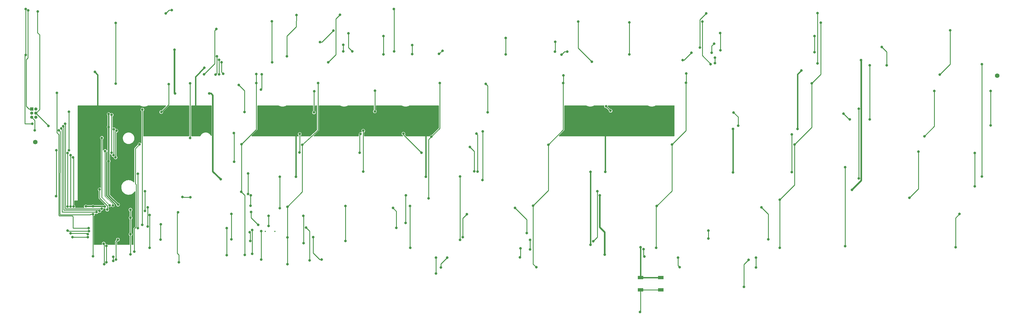
<source format=gbr>
%TF.GenerationSoftware,KiCad,Pcbnew,(6.0.7-1)-1*%
%TF.CreationDate,2022-10-07T20:49:55+02:00*%
%TF.ProjectId,hedgehog-lite,68656467-6568-46f6-972d-6c6974652e6b,rev?*%
%TF.SameCoordinates,Original*%
%TF.FileFunction,Copper,L2,Bot*%
%TF.FilePolarity,Positive*%
%FSLAX46Y46*%
G04 Gerber Fmt 4.6, Leading zero omitted, Abs format (unit mm)*
G04 Created by KiCad (PCBNEW (6.0.7-1)-1) date 2022-10-07 20:49:55*
%MOMM*%
%LPD*%
G01*
G04 APERTURE LIST*
%TA.AperFunction,ComponentPad*%
%ADD10O,1.000000X1.000000*%
%TD*%
%TA.AperFunction,ComponentPad*%
%ADD11R,1.000000X1.000000*%
%TD*%
%TA.AperFunction,ComponentPad*%
%ADD12C,1.400000*%
%TD*%
%TA.AperFunction,ComponentPad*%
%ADD13C,0.450000*%
%TD*%
%TA.AperFunction,SMDPad,CuDef*%
%ADD14R,1.700000X1.000000*%
%TD*%
%TA.AperFunction,ViaPad*%
%ADD15C,0.800000*%
%TD*%
%TA.AperFunction,Conductor*%
%ADD16C,0.406400*%
%TD*%
%TA.AperFunction,Conductor*%
%ADD17C,0.508000*%
%TD*%
%TA.AperFunction,Conductor*%
%ADD18C,0.254000*%
%TD*%
%TA.AperFunction,Conductor*%
%ADD19C,0.200000*%
%TD*%
G04 APERTURE END LIST*
D10*
%TO.P,J2,6,GND*%
%TO.N,GND*%
X-299871000Y-34030600D03*
%TO.P,J2,5,~{RST}*%
%TO.N,RST*%
X-301141000Y-34030600D03*
%TO.P,J2,4,MOSI*%
%TO.N,COL0*%
X-299871000Y-32760600D03*
%TO.P,J2,3,SCK*%
%TO.N,ROW8*%
X-301141000Y-32760600D03*
%TO.P,J2,2,VCC*%
%TO.N,+5V*%
X-299871000Y-31490600D03*
D11*
%TO.P,J2,1,MISO*%
%TO.N,MISO*%
X-301141000Y-31490600D03*
%TD*%
D12*
%TO.P,TH2,1*%
%TO.N,N/C*%
X-2215400Y-21109400D03*
%TD*%
%TO.P,TH1,1*%
%TO.N,N/C*%
X-300055800Y-41734200D03*
%TD*%
D13*
%TO.P,SW2,9*%
%TO.N,N/C*%
X-225837000Y-69407500D03*
%TO.P,SW2,8*%
X-228837000Y-69407500D03*
%TD*%
D14*
%TO.P,SW1,2,2*%
%TO.N,RST*%
X-106355000Y-87500000D03*
X-112655000Y-87500000D03*
%TO.P,SW1,1,1*%
%TO.N,GND*%
X-112655000Y-83700000D03*
X-106355000Y-83700000D03*
%TD*%
D15*
%TO.N,GND*%
X-64075000Y-37675000D03*
X-84001000Y-51079000D03*
X-84075000Y-37675000D03*
X-62892700Y-19492700D03*
%TO.N,LED_PWR_P*%
X-44455250Y-16294750D03*
X-47206500Y-56543500D03*
%TO.N,+5V*%
X-284387000Y-61620000D03*
X-270558195Y-62672605D03*
X-274400000Y-61100000D03*
X-270544000Y-65176000D03*
X-270544000Y-70256000D03*
X-277300000Y-37000000D03*
X-270544000Y-76529200D03*
X-277300000Y-47600000D03*
X-277300400Y-33019600D03*
X-278499095Y-61701095D03*
X-282177200Y-61620000D03*
%TO.N,GND*%
X-179104000Y-52476000D03*
X-224366800Y-62229600D03*
X-280700000Y-50400000D03*
X-219302000Y-34000000D03*
X-280955000Y-72519000D03*
X-224366800Y-52476000D03*
X-112683000Y-74320000D03*
X-250412000Y-34000000D03*
X-179038000Y-34000000D03*
X-280700000Y-34000000D03*
X-219363000Y-52476000D03*
X-128177000Y-73558000D03*
X-123605000Y-50952000D03*
X-123671000Y-34000000D03*
X-247684000Y-18694000D03*
X-128177000Y-50952000D03*
X-281593000Y-19964000D03*
%TO.N,Net-(C7-Pad1)*%
X-280094400Y-56387600D03*
X-277757600Y-62636000D03*
%TO.N,RST*%
X-282126400Y-64058400D03*
X-282174200Y-77091000D03*
X-275932396Y-78545700D03*
X-112810000Y-94386000D03*
X-275875000Y-77261900D03*
X-292715367Y-38047512D03*
X-300157400Y-38025800D03*
%TO.N,ROW8*%
X-300993200Y-36016800D03*
X-279484800Y-62382000D03*
X-139121400Y-13632500D03*
X-175037000Y-14378400D03*
X-188981600Y-13561500D03*
X-139070600Y-10631901D03*
X-290813200Y-36016800D03*
X-189007000Y-459200D03*
X-302976800Y-14657800D03*
X-173970200Y-13426502D03*
X-303002200Y-459200D03*
X-88042000Y-7926800D03*
X-87965800Y-13210000D03*
%TO.N,COL0*%
X-291365100Y-36781754D03*
X-280145200Y-63042400D03*
X-259669800Y-1856200D03*
X-295941000Y-36705000D03*
X-26600000Y-44700000D03*
X-24800000Y-39900000D03*
X-299243000Y-1221200D03*
X-257790200Y-780500D03*
X-29400000Y-59000000D03*
X-20000000Y-20800000D03*
X-21700000Y-25900000D03*
X-16800000Y-7100000D03*
%TO.N,MISO*%
X-137114800Y-14607000D03*
X-201884800Y-13561500D03*
X-281059600Y-63398000D03*
X-90632800Y-14022800D03*
X-207752200Y-7190200D03*
X-99599000Y-16258000D03*
X-96932000Y-13972000D03*
X-89921600Y-11203400D03*
X-292009149Y-37447792D03*
X-203053200Y-8028400D03*
X-211867000Y-10746200D03*
X-302187534Y-900477D03*
X-135387600Y-13692600D03*
%TO.N,Net-(JP2-Pad1)*%
X-230053400Y-78107000D03*
X-233203000Y-63375000D03*
X-274455600Y-71932400D03*
X-231044000Y-67312000D03*
X-230056400Y-69341600D03*
X-275062200Y-78107000D03*
%TO.N,ROW1*%
X-283444200Y-69318600D03*
X-82454000Y-36578000D03*
X-83851000Y-32514000D03*
X-290048200Y-69115400D03*
X-276383000Y-33270300D03*
X-290058100Y-45087000D03*
X-276383000Y-45036200D03*
X-290058100Y-61698600D03*
%TO.N,COL1*%
X-76891400Y-77522800D03*
X-254488200Y-58752200D03*
X-252049800Y-58783401D03*
X-59670200Y-23522400D03*
X-56876200Y-4726400D03*
X-76967600Y-80596200D03*
X-265257800Y-61952600D03*
X-65029600Y-42445400D03*
X-69576200Y-74500200D03*
X-265257800Y-67896200D03*
X-69563501Y-59564999D03*
%TO.N,RGB*%
X-266100000Y-56900000D03*
X-266100000Y-63000000D03*
%TO.N,Net-(DL3-Pad2)*%
X-168500000Y-52400000D03*
X-146899083Y-74970099D03*
X-146846000Y-72034000D03*
X-168500000Y-72000000D03*
%TO.N,Net-(DL4-Pad2)*%
X-126000000Y-56900000D03*
X-127285000Y-72414500D03*
%TO.N,Net-(DL7-Pad2)*%
X-7000000Y-52400000D03*
X-7000000Y-17600000D03*
%TO.N,Net-(DL10-Pad4)*%
X-92334600Y-1805400D03*
X-57841400Y-17350200D03*
X-57892200Y-1766700D03*
X-94315800Y-12371800D03*
%TO.N,LED_PWR_P*%
X-256954543Y-13080457D03*
X-256774200Y-26646600D03*
X-123732000Y-76606000D03*
X-125256000Y-58191000D03*
X-242604000Y-53238000D03*
X-246182400Y-26646600D03*
%TO.N,Net-(D4-Pad2)*%
X-154437600Y-14556200D03*
X-154361400Y-9450800D03*
%TO.N,Net-(D5-Pad2)*%
X-192232800Y-8841200D03*
X-192283600Y-14530800D03*
%TO.N,Net-(D6-Pad2)*%
X-204678800Y-11584400D03*
X-204704200Y-13616400D03*
%TO.N,ROW3*%
X-261193800Y-67185000D03*
X-91674200Y-71604600D03*
X-266883400Y-31625000D03*
X-266883400Y-67369500D03*
X-91674200Y-69138000D03*
X-261244600Y-71909400D03*
%TO.N,Net-(D10-Pad2)*%
X-4300000Y-25900000D03*
X-4300000Y-36500000D03*
%TO.N,ROW4*%
X-216185000Y-68201000D03*
X-80650600Y-86539800D03*
X-215118200Y-78361000D03*
X-79228200Y-78208600D03*
X-240721052Y-76750721D03*
X-240721400Y-68370000D03*
%TO.N,ROW2*%
X-275844482Y-45790126D03*
X-275722600Y-37729700D03*
X-289131662Y-61709500D03*
X-198506600Y-50878200D03*
X-161524200Y-38432200D03*
X-283737186Y-70197557D03*
X-65817000Y-50979800D03*
X-289133800Y-69979000D03*
X-65817000Y-39295800D03*
X-161575000Y-53469000D03*
X-198506600Y-38178200D03*
X-238537000Y-38940200D03*
X-238486200Y-47830200D03*
X-289133800Y-45759500D03*
%TO.N,Net-(D14-Pad2)*%
X-159949400Y-32437800D03*
X-160559000Y-23649400D03*
%TO.N,Net-(D15-Pad2)*%
X-194899800Y-25783000D03*
X-194899800Y-32183800D03*
%TO.N,Net-(D16-Pad2)*%
X-213746600Y-32488600D03*
X-213695800Y-25935400D03*
%TO.N,Net-(D17-Pad2)*%
X-237013000Y-24005000D03*
X-235235000Y-32387000D03*
%TO.N,Net-(D18-Pad2)*%
X-258730000Y-23751000D03*
X-261016000Y-32387000D03*
%TO.N,Net-(D20-Pad2)*%
X-9200000Y-45100000D03*
X-9200000Y-55400000D03*
%TO.N,ROW5*%
X-185298600Y-58193400D03*
X-233304600Y-58186500D03*
X-49357800Y-73973700D03*
X-233355400Y-61444600D03*
X-264597400Y-64340200D03*
X-264614572Y-74424707D03*
X-185349400Y-66778600D03*
X-49357800Y-49513500D03*
%TO.N,ROW6*%
X-45116000Y-31371000D03*
X-45116000Y-52961000D03*
X-288357326Y-46444126D03*
X-283750089Y-71123969D03*
X-288205159Y-61709500D03*
X-163099000Y-50827400D03*
X-275181733Y-46437560D03*
X-163454600Y-39041800D03*
X-274909800Y-38178200D03*
X-288524200Y-71147400D03*
%TO.N,ROW7*%
X-123348000Y-30609000D03*
X-36480000Y-17909000D03*
X-293502600Y-44223400D03*
X-289641800Y-44223400D03*
X-47910000Y-34673000D03*
X-289641800Y-32289900D03*
X-49815000Y-32895000D03*
X-41687000Y-34673000D03*
X-38004000Y-12194000D03*
X-121951000Y-31987500D03*
X-41687000Y-17909000D03*
X-293553400Y-58447400D03*
%TO.N,Net-(D24-Pad2)*%
X-165486600Y-43258200D03*
X-164165800Y-50725800D03*
%TO.N,Net-(D25-Pad2)*%
X-199624200Y-44985400D03*
X-199319400Y-39194200D03*
%TO.N,Net-(D53-Pad2)*%
X-151516600Y-62098100D03*
X-147909800Y-69928200D03*
%TO.N,Net-(D54-Pad2)*%
X-189311800Y-62105000D03*
X-188245000Y-68251800D03*
%TO.N,Net-(D26-Pad2)*%
X-218267800Y-44934600D03*
X-218166200Y-39194200D03*
%TO.N,Net-(D64-Pad2)*%
X-186060600Y-39092600D03*
X-180472600Y-44985400D03*
%TO.N,Net-(D30-Pad2)*%
X-15100000Y-74300000D03*
X-13900000Y-64000000D03*
%TO.N,COL2*%
X-93553800Y-4370800D03*
X-100513400Y-80469200D03*
X-98532200Y-20474400D03*
X-107854000Y-74500200D03*
X-268255000Y-68369500D03*
X-234168200Y-51437000D03*
X-101021400Y-77497400D03*
X-234168200Y-57780100D03*
X-107650800Y-61546200D03*
X-111460800Y-77141800D03*
X-111740200Y-74855800D03*
X-98608400Y-23344600D03*
X-268255000Y-51487800D03*
X-90988400Y-17553400D03*
X-102926400Y-42470800D03*
%TO.N,COL3*%
X-89591400Y-15521400D03*
X-144912600Y-80494600D03*
X-145903200Y-61444600D03*
X-136581400Y-23370000D03*
X-141178800Y-42521600D03*
X-89591400Y-17215450D03*
X-175951400Y-77497400D03*
X-136505200Y-21058600D03*
X-131933200Y-4320000D03*
X-175951400Y-82425000D03*
X-127716800Y-16804300D03*
X-232898200Y-68963000D03*
X-232847400Y-76285100D03*
%TO.N,COL4*%
X-243827100Y-15090645D03*
X-230180400Y-25427400D03*
X-183927000Y-74500200D03*
X-184003200Y-61470000D03*
X-233507800Y-72366600D03*
X-172547800Y-77522800D03*
X-149992600Y-77395800D03*
X-149840200Y-74652600D03*
X-178313600Y-59158600D03*
X-174503600Y-80570800D03*
X-219207600Y-2364200D03*
X-229901000Y-20677600D03*
X-203993000Y-72366600D03*
X-244226600Y-20779200D03*
X-233660200Y-69677000D03*
X-222129645Y-15090645D03*
X-174808400Y-23370000D03*
X-177399200Y-40032400D03*
X-203993000Y-61495400D03*
%TO.N,COL5*%
X-214000600Y-71172800D03*
X-205745600Y-2211800D03*
X-212502000Y-23446200D03*
X-243109000Y-20703000D03*
X-278669000Y-79580200D03*
X-211359000Y-78132400D03*
X-221950800Y-71223600D03*
X-221925400Y-79580200D03*
X-209327000Y-16948300D03*
X-243109000Y-16181800D03*
X-217353400Y-42521600D03*
X-221950800Y-61724000D03*
X-278853700Y-73165450D03*
%TO.N,COL6*%
X-231602800Y-20576000D03*
X-255809000Y-63476600D03*
X-255605800Y-78926700D03*
X-241826516Y-20513762D03*
X-236251000Y-57101200D03*
X-226802200Y-4294600D03*
X-278024900Y-73890600D03*
X-242397800Y-16948300D03*
X-278008600Y-78926700D03*
X-231577400Y-23395400D03*
X-236200200Y-42394600D03*
X-235158800Y-76695500D03*
X-226675200Y-16948300D03*
%TO.N,COL7*%
X-267747000Y-42394600D03*
X-243947200Y-6606000D03*
X-247808000Y-20728400D03*
X-252075200Y-23471600D03*
X-269372600Y-75668600D03*
X-252075200Y-40413400D03*
%TO.N,COL8*%
X-275113000Y-23547800D03*
X-275113000Y-4777200D03*
X-293299400Y-26443400D03*
X-283546500Y-68353500D03*
%TO.N,Net-(D51-Pad2)*%
X-73132200Y-71807800D03*
X-75215000Y-61952600D03*
%TO.N,Net-(D81-Pad2)*%
X-58806600Y-13845000D03*
X-58806600Y-8815800D03*
%TO.N,Net-(D84-Pad2)*%
X-183317400Y-11619500D03*
X-183317400Y-14429200D03*
%TO.N,Net-(D3-Pad2)*%
X-116159800Y-4599400D03*
X-116159800Y-14505400D03*
%TO.N,Net-(D34-Pad2)*%
X-167671000Y-71198200D03*
X-166401000Y-64086200D03*
%TO.N,Net-(D35-Pad2)*%
X-216997800Y-73027000D03*
X-217048600Y-64543400D03*
%TO.N,Net-(D36-Pad2)*%
X-239349800Y-71858600D03*
X-239299000Y-63984600D03*
%TO.N,Net-(JP2-Pad2)*%
X-227767400Y-64594200D03*
X-227767400Y-67693000D03*
%TO.N,Net-(R3-Pad1)*%
X-277000000Y-61300000D03*
X-279431000Y-40388000D03*
%TO.N,Net-(R4-Pad1)*%
X-278415000Y-44452000D03*
X-276000000Y-61300000D03*
%TD*%
D16*
%TO.N,GND*%
X-84075000Y-51005000D02*
X-84001000Y-51079000D01*
X-64075000Y-20675000D02*
X-64075000Y-37675000D01*
X-62892700Y-19492700D02*
X-64075000Y-20675000D01*
X-84075000Y-37675000D02*
X-84075000Y-51005000D01*
D17*
%TO.N,LED_PWR_P*%
X-47206500Y-56543500D02*
X-44335000Y-53672000D01*
X-44335000Y-53672000D02*
X-44335000Y-16415000D01*
X-44335000Y-16415000D02*
X-44455250Y-16294750D01*
D16*
%TO.N,+5V*%
X-277300000Y-37000000D02*
X-277300000Y-47600000D01*
X-277300000Y-50400000D02*
X-277300000Y-58200000D01*
X-277300000Y-33020000D02*
X-277300400Y-33019600D01*
X-277300000Y-37000000D02*
X-277300000Y-33020000D01*
X-282177200Y-61620000D02*
X-278580190Y-61620000D01*
D18*
X-270544000Y-65176000D02*
X-270544000Y-62686800D01*
X-270544000Y-70256000D02*
X-270544000Y-65176000D01*
D16*
X-277300000Y-47600000D02*
X-277300000Y-50300000D01*
X-284387000Y-61620000D02*
X-282177200Y-61620000D01*
X-277300000Y-58200000D02*
X-274400000Y-61100000D01*
X-278580190Y-61620000D02*
X-278499095Y-61701095D01*
D18*
X-270544000Y-62686800D02*
X-270558195Y-62672605D01*
X-270544000Y-76529200D02*
X-270544000Y-70256000D01*
D16*
%TO.N,GND*%
X-247684000Y-18694000D02*
X-250412000Y-21422000D01*
X-123605000Y-34066000D02*
X-123671000Y-34000000D01*
D18*
X-224366800Y-62229600D02*
X-224366800Y-52476000D01*
D16*
X-281593000Y-19964000D02*
X-280700000Y-20857000D01*
X-128177000Y-73558000D02*
X-128177000Y-50952000D01*
X-179104000Y-52476000D02*
X-179104000Y-34066000D01*
X-219363000Y-52476000D02*
X-219363000Y-34061000D01*
X-280700000Y-34000000D02*
X-280700000Y-50400000D01*
X-112655000Y-83700000D02*
X-106355000Y-83700000D01*
X-250412000Y-21422000D02*
X-250412000Y-34000000D01*
X-280700000Y-20857000D02*
X-280700000Y-34000000D01*
X-179104000Y-34066000D02*
X-179038000Y-34000000D01*
X-219363000Y-34061000D02*
X-219302000Y-34000000D01*
X-112655000Y-74348000D02*
X-112683000Y-74320000D01*
X-112655000Y-83700000D02*
X-112655000Y-74348000D01*
X-123605000Y-50952000D02*
X-123605000Y-34066000D01*
D18*
%TO.N,Net-(C7-Pad1)*%
X-277654000Y-61518400D02*
X-280094400Y-59078000D01*
X-277654000Y-62532400D02*
X-277654000Y-61518400D01*
X-280094400Y-59078000D02*
X-280094400Y-56387600D01*
X-277757600Y-62636000D02*
X-277654000Y-62532400D01*
%TO.N,RST*%
X-112810000Y-94386000D02*
X-112655000Y-94231000D01*
X-282873496Y-64058400D02*
X-283025896Y-64210800D01*
X-282126400Y-64058400D02*
X-282873496Y-64058400D01*
X-275875000Y-78488304D02*
X-275932396Y-78545700D01*
X-283025896Y-64210800D02*
X-292388000Y-64210800D01*
X-292334200Y-38432200D02*
X-292715367Y-38051033D01*
X-275875000Y-77261900D02*
X-275875000Y-78488304D01*
X-300157400Y-35014200D02*
X-301141000Y-34030600D01*
X-112655000Y-87500000D02*
X-106355000Y-87500000D01*
X-300157400Y-38025800D02*
X-300157400Y-35014200D01*
X-282174200Y-77091000D02*
X-282177200Y-64058400D01*
X-292388000Y-64210800D02*
X-292334200Y-38432200D01*
X-292715367Y-38051033D02*
X-292715367Y-38047512D01*
X-112655000Y-94231000D02*
X-112655000Y-87500000D01*
%TO.N,ROW8*%
X-87965800Y-8003000D02*
X-88042000Y-7926800D01*
X-173970200Y-13426502D02*
X-174085102Y-13426502D01*
X-87965800Y-13210000D02*
X-87965800Y-8003000D01*
X-279503800Y-62363000D02*
X-290711600Y-62363000D01*
X-139081400Y-13592500D02*
X-139121400Y-13632500D01*
X-303228400Y-36016800D02*
X-303230800Y-36019200D01*
X-290711600Y-62363000D02*
X-290711600Y-36118400D01*
X-139070600Y-10631901D02*
X-139070600Y-11258000D01*
X-174085102Y-13426502D02*
X-175037000Y-14378400D01*
X-188981600Y-13561500D02*
X-188981600Y-484600D01*
X-303230800Y-14911800D02*
X-302976800Y-14657800D01*
X-303002200Y-459200D02*
X-303002200Y-14632400D01*
X-300993200Y-36016800D02*
X-303228400Y-36016800D01*
X-303002200Y-14632400D02*
X-302976800Y-14657800D01*
X-139081400Y-11268800D02*
X-139081400Y-13592500D01*
X-139070600Y-11258000D02*
X-139081400Y-11268800D01*
X-290711600Y-36118400D02*
X-290813200Y-36016800D01*
X-188981600Y-484600D02*
X-189007000Y-459200D01*
X-279484800Y-62382000D02*
X-279503800Y-62363000D01*
X-303230800Y-36019200D02*
X-303230800Y-14911800D01*
X-139081400Y-11011000D02*
X-139081400Y-11268800D01*
%TO.N,COL0*%
X-257790200Y-780500D02*
X-258594100Y-780500D01*
X-299871000Y-32760600D02*
X-296056000Y-36575600D01*
X-21700000Y-36800000D02*
X-24800000Y-39900000D01*
X-280443600Y-62744000D02*
X-291213200Y-62744000D01*
X-280145200Y-63042400D02*
X-280443600Y-62744000D01*
X-299871000Y-32760600D02*
X-298709600Y-31599200D01*
X-296056000Y-36575600D02*
X-296056000Y-36590000D01*
X-16800000Y-7100000D02*
X-16800000Y-17600000D01*
X-16800000Y-17600000D02*
X-20000000Y-20800000D01*
X-258594100Y-780500D02*
X-259669800Y-1856200D01*
X-291219600Y-62737600D02*
X-291216677Y-37517877D01*
X-296056000Y-36590000D02*
X-295941000Y-36705000D01*
X-291213200Y-62744000D02*
X-291219600Y-62737600D01*
X-298709600Y-8463556D02*
X-299370001Y-7803155D01*
X-299370001Y-1348201D02*
X-299243000Y-1221200D01*
X-26600000Y-56200000D02*
X-29400000Y-59000000D01*
X-21700000Y-25900000D02*
X-21700000Y-36800000D01*
X-291216677Y-37517877D02*
X-291216600Y-36857400D01*
X-298709600Y-31599200D02*
X-298709600Y-8463556D01*
X-26600000Y-44700000D02*
X-26600000Y-56200000D01*
X-299370001Y-7803155D02*
X-299370001Y-1348201D01*
%TO.N,MISO*%
X-89921600Y-11203400D02*
X-90632800Y-11914600D01*
X-302187534Y-900477D02*
X-302316400Y-1029343D01*
X-203053200Y-12393100D02*
X-203053200Y-8028400D01*
X-211308200Y-10746200D02*
X-211867000Y-10746200D01*
X-201884800Y-13561500D02*
X-203053200Y-12393100D01*
X-302316400Y-1029343D02*
X-302316400Y-15597600D01*
X-302849800Y-28170600D02*
X-302849800Y-30634400D01*
X-281059600Y-63398000D02*
X-291727600Y-63398000D01*
X-302824400Y-28145200D02*
X-302849800Y-28170600D01*
X-96932000Y-13972000D02*
X-99218000Y-16258000D01*
X-292009149Y-37447792D02*
X-291724600Y-37732341D01*
X-99218000Y-16258000D02*
X-99599000Y-16258000D01*
X-302824400Y-16105600D02*
X-302824400Y-28145200D01*
X-291724600Y-37732341D02*
X-291724600Y-38229000D01*
X-291727600Y-63398000D02*
X-291724600Y-38229000D01*
X-302849800Y-30634400D02*
X-301993600Y-31490600D01*
X-135387600Y-13692600D02*
X-136200400Y-13692600D01*
X-301993600Y-31490600D02*
X-301141000Y-31490600D01*
X-90632800Y-11914600D02*
X-90632800Y-14022800D01*
X-136200400Y-13692600D02*
X-137114800Y-14607000D01*
X-302316400Y-15597600D02*
X-302824400Y-16105600D01*
X-207752200Y-7190200D02*
X-211308200Y-10746200D01*
%TO.N,Net-(JP2-Pad1)*%
X-233203000Y-65153000D02*
X-231044000Y-67312000D01*
X-233203000Y-63375000D02*
X-233203000Y-65153000D01*
X-275014400Y-72491200D02*
X-274455600Y-71932400D01*
X-230056400Y-69341600D02*
X-230053400Y-78107000D01*
X-275062200Y-78107000D02*
X-275014400Y-72491200D01*
%TO.N,ROW1*%
X-82454000Y-33911000D02*
X-83851000Y-32514000D01*
X-283444200Y-69318600D02*
X-289845000Y-69318600D01*
X-82454000Y-36578000D02*
X-82454000Y-33911000D01*
X-276383000Y-33270300D02*
X-276383000Y-45036200D01*
X-289845000Y-69318600D02*
X-290048200Y-69115400D01*
X-290058100Y-45087000D02*
X-290058100Y-61698600D01*
%TO.N,COL1*%
X-265257800Y-61952600D02*
X-265257800Y-67896200D01*
X-59670200Y-37086000D02*
X-65029600Y-42445400D01*
X-252049800Y-58783401D02*
X-254456999Y-58783401D01*
X-65029600Y-55031098D02*
X-69563501Y-59564999D01*
X-76891400Y-77522800D02*
X-76891400Y-80520000D01*
X-65029600Y-42445400D02*
X-65029600Y-55031098D01*
X-69563501Y-59564999D02*
X-69563501Y-74436699D01*
X-56876200Y-20728400D02*
X-59670200Y-23522400D01*
X-254456999Y-58783401D02*
X-254488200Y-58752200D01*
X-59670200Y-23522400D02*
X-59670200Y-37086000D01*
X-76891400Y-80520000D02*
X-76967600Y-80596200D01*
X-56876200Y-4726400D02*
X-56876200Y-20728400D01*
%TO.N,RGB*%
X-266100000Y-63000000D02*
X-266100000Y-56900000D01*
%TO.N,Net-(DL3-Pad2)*%
X-168500000Y-72000000D02*
X-168500000Y-52400000D01*
X-146846000Y-74917016D02*
X-146899083Y-74970099D01*
X-146846000Y-72034000D02*
X-146846000Y-74917016D01*
%TO.N,Net-(DL4-Pad2)*%
X-127285000Y-72414500D02*
X-126000000Y-71129500D01*
X-126000000Y-71129500D02*
X-126000000Y-56900000D01*
%TO.N,Net-(DL7-Pad2)*%
X-7000000Y-52400000D02*
X-7000000Y-17600000D01*
%TO.N,Net-(DL10-Pad4)*%
X-94315800Y-3786600D02*
X-92334600Y-1805400D01*
X-57892200Y-1766700D02*
X-57892200Y-17299400D01*
X-94315800Y-12371800D02*
X-94315800Y-3786600D01*
X-57892200Y-17299400D02*
X-57841400Y-17350200D01*
D17*
%TO.N,LED_PWR_P*%
X-125256000Y-68097000D02*
X-125256000Y-58191000D01*
X-242604000Y-53238000D02*
X-245039401Y-50802599D01*
X-123732000Y-69621000D02*
X-124494000Y-68859000D01*
X-245039401Y-27184547D02*
X-245577348Y-26646600D01*
X-245039401Y-32813401D02*
X-245039401Y-27184547D01*
X-245577348Y-26646600D02*
X-246182400Y-26646600D01*
X-256774200Y-26646600D02*
X-256954543Y-26466257D01*
X-124494000Y-68859000D02*
X-125256000Y-68097000D01*
X-245039401Y-50802599D02*
X-245039401Y-32813401D01*
X-256954543Y-26466257D02*
X-256954543Y-13080457D01*
X-123732000Y-76606000D02*
X-123732000Y-69621000D01*
D18*
%TO.N,Net-(D4-Pad2)*%
X-154437600Y-14556200D02*
X-154437600Y-9527000D01*
X-154437600Y-9527000D02*
X-154361400Y-9450800D01*
%TO.N,Net-(D5-Pad2)*%
X-192283600Y-14530800D02*
X-192283600Y-8892000D01*
X-192283600Y-8892000D02*
X-192232800Y-8841200D01*
%TO.N,Net-(D6-Pad2)*%
X-204704200Y-11609800D02*
X-204678800Y-11584400D01*
X-204704200Y-13616400D02*
X-204704200Y-11609800D01*
%TO.N,ROW3*%
X-261244600Y-67235800D02*
X-261193800Y-67185000D01*
X-91674200Y-69138000D02*
X-91674200Y-71604600D01*
X-266883400Y-31625000D02*
X-266883400Y-67369500D01*
X-261244600Y-71909400D02*
X-261244600Y-67235800D01*
%TO.N,Net-(D10-Pad2)*%
X-4300000Y-25900000D02*
X-4300000Y-36500000D01*
%TO.N,ROW4*%
X-215118200Y-69267800D02*
X-216185000Y-68201000D01*
X-80650600Y-79631000D02*
X-80650600Y-86539800D01*
X-215118200Y-78361000D02*
X-215118200Y-69267800D01*
X-240721400Y-68370000D02*
X-240721400Y-76750373D01*
X-79228200Y-78208600D02*
X-80650600Y-79631000D01*
X-240721400Y-76750373D02*
X-240721052Y-76750721D01*
%TO.N,ROW2*%
X-161524200Y-38432200D02*
X-161524200Y-53418200D01*
X-238486200Y-47830200D02*
X-238486200Y-38991000D01*
X-65817000Y-50979800D02*
X-65817000Y-39295800D01*
X-283955743Y-69979000D02*
X-283737186Y-70197557D01*
X-238486200Y-38991000D02*
X-238537000Y-38940200D01*
X-289131662Y-45994965D02*
X-289131662Y-61709500D01*
X-198506600Y-50878200D02*
X-198506600Y-38178200D01*
X-289133800Y-69979000D02*
X-283955743Y-69979000D01*
X-289133800Y-45759500D02*
X-289131662Y-45994965D01*
X-275722600Y-45668244D02*
X-275844482Y-45790126D01*
X-275722600Y-37729700D02*
X-275722600Y-45668244D01*
X-161524200Y-53418200D02*
X-161575000Y-53469000D01*
%TO.N,Net-(D14-Pad2)*%
X-159949400Y-24259000D02*
X-160559000Y-23649400D01*
X-159949400Y-32437800D02*
X-159949400Y-24259000D01*
%TO.N,Net-(D15-Pad2)*%
X-194899800Y-32183800D02*
X-194899800Y-25783000D01*
%TO.N,Net-(D16-Pad2)*%
X-213746600Y-25986200D02*
X-213695800Y-25935400D01*
X-213746600Y-32488600D02*
X-213746600Y-25986200D01*
%TO.N,Net-(D17-Pad2)*%
X-235235000Y-32387000D02*
X-235235000Y-25783000D01*
X-235235000Y-25783000D02*
X-237013000Y-24005000D01*
%TO.N,Net-(D18-Pad2)*%
X-261016000Y-32387000D02*
X-258730000Y-30101000D01*
X-258730000Y-30101000D02*
X-258730000Y-23751000D01*
%TO.N,Net-(D20-Pad2)*%
X-9200000Y-45100000D02*
X-9200000Y-55400000D01*
%TO.N,ROW5*%
X-264597400Y-64340200D02*
X-264597400Y-74407535D01*
X-185349400Y-58244200D02*
X-185298600Y-58193400D01*
X-233304600Y-58186500D02*
X-233355400Y-58237300D01*
X-264597400Y-74407535D02*
X-264614572Y-74424707D01*
X-185349400Y-66778600D02*
X-185349400Y-58244200D01*
X-233355400Y-58237300D02*
X-233355400Y-61444600D01*
X-49357800Y-49513500D02*
X-49357800Y-73973700D01*
%TO.N,ROW6*%
X-274909800Y-38178200D02*
X-275181733Y-38450133D01*
X-163099000Y-50827400D02*
X-163099000Y-39397400D01*
X-288205159Y-46596293D02*
X-288205159Y-61709500D01*
X-288524200Y-71147400D02*
X-283773520Y-71147400D01*
X-288357326Y-46444126D02*
X-288205159Y-46596293D01*
X-163099000Y-39397400D02*
X-163454600Y-39041800D01*
X-283773520Y-71147400D02*
X-283750089Y-71123969D01*
X-45116000Y-31371000D02*
X-45116000Y-52961000D01*
X-275181733Y-38450133D02*
X-275181733Y-46437560D01*
%TO.N,ROW7*%
X-293502600Y-44223400D02*
X-293502600Y-58396600D01*
X-49815000Y-32895000D02*
X-48037000Y-34673000D01*
X-36480000Y-13718000D02*
X-38004000Y-12194000D01*
X-289641800Y-32289900D02*
X-289641800Y-44223400D01*
X-48037000Y-34673000D02*
X-47910000Y-34673000D01*
X-123348000Y-30609000D02*
X-123329500Y-30609000D01*
X-293502600Y-58396600D02*
X-293553400Y-58447400D01*
X-36480000Y-17909000D02*
X-36480000Y-13718000D01*
X-123329500Y-30609000D02*
X-121951000Y-31987500D01*
X-41687000Y-34673000D02*
X-41687000Y-17909000D01*
%TO.N,Net-(D24-Pad2)*%
X-164165800Y-44579000D02*
X-165486600Y-43258200D01*
X-164165800Y-50725800D02*
X-164165800Y-44579000D01*
%TO.N,Net-(D25-Pad2)*%
X-199624200Y-39499000D02*
X-199624200Y-44985400D01*
X-199319400Y-39194200D02*
X-199624200Y-39499000D01*
%TO.N,Net-(D53-Pad2)*%
X-147909800Y-69928200D02*
X-147909800Y-65704900D01*
X-147909800Y-65704900D02*
X-151516600Y-62098100D01*
%TO.N,Net-(D54-Pad2)*%
X-188245000Y-68251800D02*
X-188245000Y-63171800D01*
X-188245000Y-63171800D02*
X-189311800Y-62105000D01*
%TO.N,Net-(D26-Pad2)*%
X-218166200Y-44833000D02*
X-218267800Y-44934600D01*
X-218166200Y-39194200D02*
X-218166200Y-44833000D01*
%TO.N,Net-(D64-Pad2)*%
X-186060600Y-39397400D02*
X-186060600Y-39092600D01*
X-180472600Y-44985400D02*
X-186060600Y-39397400D01*
%TO.N,Net-(D30-Pad2)*%
X-15100000Y-65200000D02*
X-15100000Y-74300000D01*
X-13900000Y-64000000D02*
X-15100000Y-65200000D01*
%TO.N,COL2*%
X-107854000Y-61749400D02*
X-107854000Y-74500200D01*
X-102926400Y-56821800D02*
X-107650800Y-61546200D01*
X-93553800Y-4370800D02*
X-93553800Y-14886400D01*
X-101021400Y-77497400D02*
X-101021400Y-79961200D01*
X-268255000Y-51487800D02*
X-268255000Y-68369500D01*
X-234168200Y-57780100D02*
X-234168200Y-51437000D01*
X-111740200Y-76862400D02*
X-111460800Y-77141800D01*
X-98608400Y-23344600D02*
X-98608400Y-38152800D01*
X-107650800Y-61546200D02*
X-107854000Y-61749400D01*
X-98608400Y-38152800D02*
X-102926400Y-42470800D01*
X-93553800Y-14886400D02*
X-90988400Y-17451800D01*
X-98532200Y-23268400D02*
X-98608400Y-23344600D01*
X-101021400Y-79961200D02*
X-100513400Y-80469200D01*
X-98532200Y-20474400D02*
X-98532200Y-23268400D01*
X-111740200Y-74855800D02*
X-111740200Y-76862400D01*
X-102926400Y-42470800D02*
X-102926400Y-56821800D01*
%TO.N,COL3*%
X-145903200Y-79504000D02*
X-144912600Y-80494600D01*
X-89591400Y-15521400D02*
X-89591400Y-17215450D01*
X-136581400Y-23370000D02*
X-136581400Y-37924200D01*
X-136505200Y-23293800D02*
X-136581400Y-23370000D01*
X-232847400Y-76285100D02*
X-232847400Y-69013800D01*
X-141178800Y-42521600D02*
X-141178800Y-56720200D01*
X-175951400Y-82425000D02*
X-175951400Y-77497400D01*
X-131933200Y-4320000D02*
X-131933200Y-12587900D01*
X-131933200Y-12587900D02*
X-127716800Y-16804300D01*
X-136581400Y-37924200D02*
X-141178800Y-42521600D01*
X-136505200Y-21058600D02*
X-136505200Y-23293800D01*
X-232847400Y-69013800D02*
X-232898200Y-68963000D01*
X-145903200Y-61444600D02*
X-145903200Y-79504000D01*
X-141178800Y-56720200D02*
X-145903200Y-61444600D01*
%TO.N,COL4*%
X-229901000Y-20677600D02*
X-229901000Y-25148000D01*
X-184003200Y-74424000D02*
X-183927000Y-74500200D01*
X-149840200Y-74652600D02*
X-149840200Y-77243400D01*
X-222129645Y-8843511D02*
X-222129645Y-15090645D01*
X-219207600Y-2364200D02*
X-219233000Y-5946866D01*
X-149840200Y-77243400D02*
X-149992600Y-77395800D01*
X-229901000Y-25148000D02*
X-230180400Y-25427400D01*
X-203993000Y-72366600D02*
X-203993000Y-61495400D01*
X-233507800Y-69829400D02*
X-233660200Y-69677000D01*
X-244226600Y-20779200D02*
X-243827100Y-20379700D01*
X-174808400Y-23370000D02*
X-174808400Y-37441600D01*
X-172547800Y-77522800D02*
X-174503600Y-79478600D01*
X-174503600Y-79478600D02*
X-174503600Y-80570800D01*
X-233507800Y-72366600D02*
X-233507800Y-69829400D01*
X-219233000Y-5946866D02*
X-222129645Y-8843511D01*
X-243827100Y-20379700D02*
X-243827100Y-15090645D01*
X-174808400Y-37441600D02*
X-177399200Y-40032400D01*
X-178313600Y-40946800D02*
X-178313600Y-59158600D01*
X-184003200Y-61470000D02*
X-184003200Y-74424000D01*
X-177399200Y-40032400D02*
X-178313600Y-40946800D01*
%TO.N,COL5*%
X-214000600Y-71172800D02*
X-214000600Y-76096885D01*
X-221950800Y-61724000D02*
X-221950800Y-71223600D01*
X-207007440Y-14628740D02*
X-209327000Y-16948300D01*
X-205745600Y-2211800D02*
X-207007440Y-3473640D01*
X-221925400Y-71249000D02*
X-221950800Y-71223600D01*
X-212502000Y-38025800D02*
X-212502000Y-23446200D01*
X-278853700Y-73165450D02*
X-278678400Y-73340750D01*
X-278678400Y-79570800D02*
X-278669000Y-79580200D01*
X-243109000Y-16181800D02*
X-243109000Y-20703000D01*
X-214000600Y-76096885D02*
X-211965085Y-78132400D01*
X-217353400Y-57126600D02*
X-221950800Y-61724000D01*
X-278678400Y-73340750D02*
X-278678400Y-79570800D01*
X-211965085Y-78132400D02*
X-211359000Y-78132400D01*
X-221925400Y-79580200D02*
X-221925400Y-71249000D01*
X-207007440Y-3473640D02*
X-207007440Y-14628740D01*
X-217353400Y-42521600D02*
X-212502000Y-38025800D01*
X-217353400Y-42521600D02*
X-217353400Y-57126600D01*
%TO.N,COL6*%
X-226802200Y-16821300D02*
X-226675200Y-16948300D01*
X-256113800Y-76125800D02*
X-255605800Y-76633800D01*
X-231602800Y-23370000D02*
X-231577400Y-23395400D01*
X-242397800Y-19942478D02*
X-241826516Y-20513762D01*
X-255605800Y-76633800D02*
X-255605800Y-78926700D01*
X-278024900Y-73890600D02*
X-278008600Y-73906900D01*
X-236200200Y-42394600D02*
X-236200200Y-57050400D01*
X-255809000Y-63476600D02*
X-256113800Y-63781400D01*
X-235158800Y-76695500D02*
X-235158800Y-58193400D01*
X-231602800Y-20576000D02*
X-231602800Y-23370000D01*
X-242397800Y-16948300D02*
X-242397800Y-19942478D01*
X-256113800Y-63781400D02*
X-256113800Y-76125800D01*
X-235158800Y-58193400D02*
X-236251000Y-57101200D01*
X-278008600Y-73906900D02*
X-278008600Y-78926700D01*
X-226802200Y-4294600D02*
X-226802200Y-16821300D01*
X-231577400Y-37771800D02*
X-236200200Y-42394600D01*
X-231577400Y-23395400D02*
X-231577400Y-37771800D01*
X-236200200Y-57050400D02*
X-236251000Y-57101200D01*
%TO.N,COL7*%
X-268760198Y-54900551D02*
X-268760198Y-67949802D01*
X-243947200Y-6606000D02*
X-244480600Y-7139400D01*
X-269067800Y-43715400D02*
X-269067800Y-54592949D01*
X-244480600Y-7139400D02*
X-244480600Y-13108400D01*
X-252075200Y-23471600D02*
X-252075200Y-40413400D01*
X-269067800Y-54592949D02*
X-268760198Y-54900551D01*
X-269372600Y-68562204D02*
X-269372600Y-75668600D01*
X-267747000Y-42394600D02*
X-269067800Y-43715400D01*
X-244480600Y-13108400D02*
X-244480600Y-17401000D01*
X-244480600Y-17401000D02*
X-247808000Y-20728400D01*
X-268760198Y-67949802D02*
X-269372600Y-68562204D01*
%TO.N,COL8*%
X-283546500Y-68353500D02*
X-288321100Y-68353500D01*
X-275113000Y-23547800D02*
X-275113000Y-4777200D01*
X-292543415Y-64594200D02*
X-288575000Y-64594200D01*
X-293369367Y-26513367D02*
X-293369367Y-38744873D01*
X-293369367Y-38744873D02*
X-292717215Y-39397025D01*
X-292769328Y-64368287D02*
X-292543415Y-64594200D01*
X-288575000Y-64594200D02*
X-288371800Y-64797400D01*
X-288371800Y-64797400D02*
X-288371800Y-68404200D01*
X-292717215Y-39397025D02*
X-292769328Y-64368287D01*
X-293299400Y-26443400D02*
X-293369367Y-26513367D01*
%TO.N,Net-(D51-Pad2)*%
X-73132200Y-71807800D02*
X-73132200Y-64035400D01*
X-73132200Y-64035400D02*
X-75215000Y-61952600D01*
%TO.N,Net-(D81-Pad2)*%
X-58806600Y-13845000D02*
X-58806600Y-8815800D01*
%TO.N,Net-(D84-Pad2)*%
X-183317400Y-14429200D02*
X-183317400Y-11619500D01*
%TO.N,Net-(D3-Pad2)*%
X-116159800Y-14505400D02*
X-116159800Y-4599400D01*
%TO.N,Net-(D34-Pad2)*%
X-167671000Y-71198200D02*
X-167671000Y-65356200D01*
X-167671000Y-65356200D02*
X-166401000Y-64086200D01*
%TO.N,Net-(D35-Pad2)*%
X-216997800Y-73027000D02*
X-216997800Y-64594200D01*
X-216997800Y-64594200D02*
X-217048600Y-64543400D01*
%TO.N,Net-(D36-Pad2)*%
X-239349800Y-64035400D02*
X-239299000Y-63984600D01*
X-239349800Y-71858600D02*
X-239349800Y-64035400D01*
%TO.N,Net-(JP2-Pad2)*%
X-227767400Y-67693000D02*
X-227767400Y-64594200D01*
D19*
%TO.N,Net-(R3-Pad1)*%
X-279400000Y-58900000D02*
X-277000000Y-61300000D01*
D18*
X-279431000Y-58869000D02*
X-279400000Y-58900000D01*
X-279431000Y-40388000D02*
X-279431000Y-58869000D01*
%TO.N,Net-(R4-Pad1)*%
X-278415000Y-44452000D02*
X-278415000Y-58422000D01*
D19*
X-276000000Y-60837000D02*
X-278415000Y-58422000D01*
X-276000000Y-61300000D02*
X-276000000Y-60837000D01*
%TD*%
%TA.AperFunction,Conductor*%
%TO.N,GND*%
G36*
X-267513963Y-30373914D02*
G01*
X-267411475Y-30437460D01*
X-267411464Y-30437466D01*
X-267407922Y-30439662D01*
X-267135483Y-30562101D01*
X-267005630Y-30600812D01*
X-266853243Y-30646241D01*
X-266853241Y-30646242D01*
X-266849244Y-30647433D01*
X-266845124Y-30648086D01*
X-266845122Y-30648086D01*
X-266726390Y-30666891D01*
X-266554234Y-30694158D01*
X-266511940Y-30696079D01*
X-266462235Y-30698336D01*
X-266462216Y-30698336D01*
X-266460816Y-30698400D01*
X-266274239Y-30698400D01*
X-266051969Y-30683637D01*
X-266047875Y-30682812D01*
X-266047871Y-30682811D01*
X-265835981Y-30640086D01*
X-265759175Y-30624599D01*
X-265476760Y-30527356D01*
X-265473017Y-30525482D01*
X-265473013Y-30525480D01*
X-265213431Y-30395491D01*
X-265213429Y-30395490D01*
X-265209687Y-30393616D01*
X-265184923Y-30376786D01*
X-265114103Y-30355000D01*
X-259684028Y-30355000D01*
X-259615907Y-30375002D01*
X-259569414Y-30428658D01*
X-259559310Y-30498932D01*
X-259588804Y-30563512D01*
X-259594933Y-30570095D01*
X-260829057Y-31804219D01*
X-260891369Y-31838245D01*
X-260934597Y-31840046D01*
X-261016000Y-31829329D01*
X-261024188Y-31830407D01*
X-261152150Y-31847253D01*
X-261152152Y-31847254D01*
X-261160336Y-31848331D01*
X-261167963Y-31851490D01*
X-261167962Y-31851490D01*
X-261287207Y-31900883D01*
X-261287209Y-31900884D01*
X-261294835Y-31904043D01*
X-261410333Y-31992667D01*
X-261498957Y-32108165D01*
X-261502116Y-32115791D01*
X-261502117Y-32115793D01*
X-261517286Y-32152414D01*
X-261554669Y-32242664D01*
X-261555746Y-32250848D01*
X-261555747Y-32250850D01*
X-261567041Y-32336638D01*
X-261573671Y-32387000D01*
X-261572593Y-32395188D01*
X-261555765Y-32523009D01*
X-261554669Y-32531336D01*
X-261551510Y-32538962D01*
X-261512584Y-32632936D01*
X-261498957Y-32665835D01*
X-261410333Y-32781333D01*
X-261294836Y-32869957D01*
X-261160336Y-32925669D01*
X-261016000Y-32944671D01*
X-261007812Y-32943593D01*
X-260879852Y-32926747D01*
X-260871664Y-32925669D01*
X-260737164Y-32869957D01*
X-260621667Y-32781333D01*
X-260533043Y-32665835D01*
X-260519415Y-32632936D01*
X-260480490Y-32538962D01*
X-260477331Y-32531336D01*
X-260476234Y-32523009D01*
X-260459407Y-32395188D01*
X-260458329Y-32387000D01*
X-260469046Y-32305598D01*
X-260458107Y-32235450D01*
X-260433219Y-32200057D01*
X-258625066Y-30391905D01*
X-258562754Y-30357879D01*
X-258535971Y-30355000D01*
X-252481100Y-30355000D01*
X-252412979Y-30375002D01*
X-252366486Y-30428658D01*
X-252355100Y-30481000D01*
X-252355100Y-39754000D01*
X-252375102Y-39822121D01*
X-252428758Y-39868614D01*
X-252481100Y-39880000D01*
X-266477500Y-39880000D01*
X-266545621Y-39859998D01*
X-266592114Y-39806342D01*
X-266603500Y-39754000D01*
X-266603500Y-32169277D01*
X-266583498Y-32101156D01*
X-266554206Y-32069316D01*
X-266489067Y-32019333D01*
X-266479188Y-32006459D01*
X-266430254Y-31942686D01*
X-266400443Y-31903835D01*
X-266396171Y-31893523D01*
X-266347890Y-31776962D01*
X-266344731Y-31769336D01*
X-266336743Y-31708665D01*
X-266326807Y-31633188D01*
X-266325729Y-31625000D01*
X-266344731Y-31480664D01*
X-266400443Y-31346165D01*
X-266489067Y-31230667D01*
X-266604564Y-31142043D01*
X-266739064Y-31086331D01*
X-266883400Y-31067329D01*
X-266891588Y-31068407D01*
X-267019550Y-31085253D01*
X-267019552Y-31085254D01*
X-267027736Y-31086331D01*
X-267041318Y-31091957D01*
X-267154607Y-31138883D01*
X-267154609Y-31138884D01*
X-267162235Y-31142043D01*
X-267277733Y-31230667D01*
X-267366357Y-31346165D01*
X-267422069Y-31480664D01*
X-267441071Y-31625000D01*
X-267439993Y-31633188D01*
X-267430056Y-31708665D01*
X-267422069Y-31769336D01*
X-267418910Y-31776962D01*
X-267370628Y-31893523D01*
X-267366357Y-31903835D01*
X-267336546Y-31942686D01*
X-267287611Y-32006459D01*
X-267277733Y-32019333D01*
X-267212594Y-32069316D01*
X-267170728Y-32126653D01*
X-267163300Y-32169277D01*
X-267163300Y-41890070D01*
X-267183302Y-41958191D01*
X-267236958Y-42004684D01*
X-267307232Y-42014788D01*
X-267366004Y-41990033D01*
X-267403761Y-41961061D01*
X-267468164Y-41911643D01*
X-267602664Y-41855931D01*
X-267747000Y-41836929D01*
X-267755188Y-41838007D01*
X-267883150Y-41854853D01*
X-267883152Y-41854854D01*
X-267891336Y-41855931D01*
X-267938451Y-41875447D01*
X-268018207Y-41908483D01*
X-268018209Y-41908484D01*
X-268025835Y-41911643D01*
X-268141333Y-42000267D01*
X-268229957Y-42115765D01*
X-268233116Y-42123391D01*
X-268233117Y-42123393D01*
X-268266153Y-42203149D01*
X-268285669Y-42250264D01*
X-268286746Y-42258448D01*
X-268286747Y-42258450D01*
X-268291361Y-42293500D01*
X-268304671Y-42394600D01*
X-268303593Y-42402787D01*
X-268293954Y-42476001D01*
X-268304893Y-42546150D01*
X-268329781Y-42581543D01*
X-269231480Y-43483242D01*
X-269233024Y-43484575D01*
X-269237574Y-43486799D01*
X-269245486Y-43495328D01*
X-269245487Y-43495329D01*
X-269268493Y-43520130D01*
X-269271773Y-43523535D01*
X-269284126Y-43535888D01*
X-269286719Y-43539667D01*
X-269288534Y-43541734D01*
X-269308487Y-43563244D01*
X-269312799Y-43574052D01*
X-269316567Y-43580012D01*
X-269318692Y-43583991D01*
X-269321551Y-43590442D01*
X-269328132Y-43600036D01*
X-269330818Y-43611356D01*
X-269333287Y-43621760D01*
X-269338852Y-43639356D01*
X-269347125Y-43660092D01*
X-269347700Y-43665956D01*
X-269347700Y-43669044D01*
X-269347850Y-43672107D01*
X-269348208Y-43672090D01*
X-269348964Y-43678551D01*
X-269348953Y-43678552D01*
X-269349521Y-43690168D01*
X-269352208Y-43701490D01*
X-269350639Y-43713019D01*
X-269350639Y-43713020D01*
X-269348851Y-43726157D01*
X-269347700Y-43743148D01*
X-269347700Y-54064799D01*
X-269367702Y-54132920D01*
X-269421358Y-54179413D01*
X-269491632Y-54189517D01*
X-269556212Y-54160023D01*
X-269565850Y-54150731D01*
X-269598816Y-54115380D01*
X-269601670Y-54112319D01*
X-269604899Y-54109666D01*
X-269604904Y-54109662D01*
X-269829244Y-53925387D01*
X-269832475Y-53922733D01*
X-270086328Y-53765338D01*
X-270358767Y-53642899D01*
X-270531583Y-53591380D01*
X-270641007Y-53558759D01*
X-270641009Y-53558758D01*
X-270645006Y-53557567D01*
X-270649126Y-53556914D01*
X-270649128Y-53556914D01*
X-270767860Y-53538109D01*
X-270940016Y-53510842D01*
X-270982310Y-53508921D01*
X-271032015Y-53506664D01*
X-271032034Y-53506664D01*
X-271033434Y-53506600D01*
X-271220011Y-53506600D01*
X-271442281Y-53521363D01*
X-271446375Y-53522188D01*
X-271446379Y-53522189D01*
X-271658269Y-53564914D01*
X-271735075Y-53580401D01*
X-272017490Y-53677644D01*
X-272021233Y-53679518D01*
X-272021237Y-53679520D01*
X-272215239Y-53776669D01*
X-272284563Y-53811384D01*
X-272531601Y-53979271D01*
X-272534715Y-53982055D01*
X-272534716Y-53982056D01*
X-272723369Y-54150731D01*
X-272754266Y-54178356D01*
X-272948644Y-54405141D01*
X-272950918Y-54408643D01*
X-273019283Y-54513916D01*
X-273111321Y-54655641D01*
X-273113115Y-54659419D01*
X-273113116Y-54659421D01*
X-273198123Y-54838447D01*
X-273239438Y-54925456D01*
X-273330745Y-55209845D01*
X-273383638Y-55503812D01*
X-273397188Y-55802192D01*
X-273396825Y-55806340D01*
X-273396825Y-55806344D01*
X-273387785Y-55909670D01*
X-273371155Y-56099743D01*
X-273370245Y-56103816D01*
X-273370244Y-56103820D01*
X-273308642Y-56379412D01*
X-273305999Y-56391237D01*
X-273304558Y-56395155D01*
X-273304556Y-56395160D01*
X-273263897Y-56505667D01*
X-273202863Y-56671553D01*
X-273200912Y-56675253D01*
X-273200910Y-56675258D01*
X-273075171Y-56913743D01*
X-273063559Y-56935767D01*
X-272890535Y-57179235D01*
X-272686830Y-57397681D01*
X-272683601Y-57400334D01*
X-272683596Y-57400338D01*
X-272560725Y-57501265D01*
X-272456025Y-57587267D01*
X-272202172Y-57744662D01*
X-271929733Y-57867101D01*
X-271907674Y-57873677D01*
X-271647493Y-57951241D01*
X-271647491Y-57951242D01*
X-271643494Y-57952433D01*
X-271639374Y-57953086D01*
X-271639372Y-57953086D01*
X-271567666Y-57964443D01*
X-271348484Y-57999158D01*
X-271306190Y-58001079D01*
X-271256485Y-58003336D01*
X-271256466Y-58003336D01*
X-271255066Y-58003400D01*
X-271068489Y-58003400D01*
X-270846219Y-57988637D01*
X-270842125Y-57987812D01*
X-270842121Y-57987811D01*
X-270624062Y-57943842D01*
X-270553425Y-57929599D01*
X-270271010Y-57832356D01*
X-270267267Y-57830482D01*
X-270267263Y-57830480D01*
X-270007675Y-57700488D01*
X-270007673Y-57700487D01*
X-270003937Y-57698616D01*
X-269756899Y-57530729D01*
X-269608092Y-57397681D01*
X-269537351Y-57334431D01*
X-269537350Y-57334430D01*
X-269534234Y-57331644D01*
X-269339856Y-57104859D01*
X-269271770Y-57000016D01*
X-269217894Y-56953779D01*
X-269147573Y-56944010D01*
X-269083133Y-56973810D01*
X-269045034Y-57033719D01*
X-269040098Y-57068641D01*
X-269040098Y-67781674D01*
X-269060100Y-67849795D01*
X-269077003Y-67870769D01*
X-269536280Y-68330046D01*
X-269537824Y-68331379D01*
X-269542374Y-68333603D01*
X-269550286Y-68342132D01*
X-269550287Y-68342133D01*
X-269573293Y-68366934D01*
X-269576573Y-68370339D01*
X-269588926Y-68382692D01*
X-269591519Y-68386471D01*
X-269593334Y-68388538D01*
X-269613287Y-68410048D01*
X-269617599Y-68420856D01*
X-269621367Y-68426816D01*
X-269623492Y-68430795D01*
X-269626351Y-68437246D01*
X-269632932Y-68446840D01*
X-269635618Y-68458160D01*
X-269638087Y-68468564D01*
X-269643652Y-68486160D01*
X-269651925Y-68506896D01*
X-269652500Y-68512760D01*
X-269652500Y-68515848D01*
X-269652650Y-68518911D01*
X-269653008Y-68518894D01*
X-269653764Y-68525355D01*
X-269653753Y-68525356D01*
X-269654321Y-68536972D01*
X-269657008Y-68548294D01*
X-269655439Y-68559823D01*
X-269655439Y-68559824D01*
X-269653651Y-68572961D01*
X-269652500Y-68589952D01*
X-269652500Y-73409000D01*
X-269672502Y-73477121D01*
X-269726158Y-73523614D01*
X-269778500Y-73535000D01*
X-270138100Y-73535000D01*
X-270206221Y-73514998D01*
X-270252714Y-73461342D01*
X-270264100Y-73409000D01*
X-270264100Y-70800277D01*
X-270244098Y-70732156D01*
X-270214806Y-70700316D01*
X-270149667Y-70650333D01*
X-270061043Y-70534835D01*
X-270053932Y-70517669D01*
X-270008490Y-70407962D01*
X-270005331Y-70400336D01*
X-270002981Y-70382490D01*
X-269987407Y-70264188D01*
X-269986329Y-70256000D01*
X-269998973Y-70159957D01*
X-270004253Y-70119850D01*
X-270004254Y-70119848D01*
X-270005331Y-70111664D01*
X-270042532Y-70021853D01*
X-270057883Y-69984793D01*
X-270057884Y-69984791D01*
X-270061043Y-69977165D01*
X-270149667Y-69861667D01*
X-270214806Y-69811684D01*
X-270256672Y-69754347D01*
X-270264100Y-69711723D01*
X-270264100Y-65720277D01*
X-270244098Y-65652156D01*
X-270214806Y-65620316D01*
X-270149667Y-65570333D01*
X-270061043Y-65454835D01*
X-270005331Y-65320336D01*
X-269991542Y-65215601D01*
X-269987407Y-65184188D01*
X-269986329Y-65176000D01*
X-269999449Y-65076341D01*
X-270004253Y-65039850D01*
X-270004254Y-65039848D01*
X-270005331Y-65031664D01*
X-270044239Y-64937733D01*
X-270057883Y-64904793D01*
X-270057884Y-64904791D01*
X-270061043Y-64897165D01*
X-270149667Y-64781667D01*
X-270214806Y-64731684D01*
X-270256672Y-64674347D01*
X-270264100Y-64631723D01*
X-270264100Y-63205990D01*
X-270244098Y-63137869D01*
X-270214804Y-63106027D01*
X-270170408Y-63071961D01*
X-270163862Y-63066938D01*
X-270075238Y-62951440D01*
X-270065879Y-62928847D01*
X-270022685Y-62824567D01*
X-270019526Y-62816941D01*
X-270000524Y-62672605D01*
X-270019526Y-62528269D01*
X-270075238Y-62393770D01*
X-270163862Y-62278272D01*
X-270279359Y-62189648D01*
X-270413859Y-62133936D01*
X-270558195Y-62114934D01*
X-270566383Y-62116012D01*
X-270694345Y-62132858D01*
X-270694347Y-62132859D01*
X-270702531Y-62133936D01*
X-270712598Y-62138106D01*
X-270829402Y-62186488D01*
X-270829404Y-62186489D01*
X-270837030Y-62189648D01*
X-270952528Y-62278272D01*
X-271041152Y-62393770D01*
X-271096864Y-62528269D01*
X-271115866Y-62672605D01*
X-271096864Y-62816941D01*
X-271093705Y-62824567D01*
X-271050510Y-62928847D01*
X-271041152Y-62951440D01*
X-270952528Y-63066938D01*
X-270945982Y-63071961D01*
X-270945978Y-63071965D01*
X-270873196Y-63127813D01*
X-270831329Y-63185151D01*
X-270823900Y-63227775D01*
X-270823900Y-64631723D01*
X-270843902Y-64699844D01*
X-270873195Y-64731685D01*
X-270938333Y-64781667D01*
X-271026957Y-64897165D01*
X-271030116Y-64904791D01*
X-271030117Y-64904793D01*
X-271043761Y-64937733D01*
X-271082669Y-65031664D01*
X-271083746Y-65039848D01*
X-271083747Y-65039850D01*
X-271088551Y-65076341D01*
X-271101671Y-65176000D01*
X-271100593Y-65184188D01*
X-271096457Y-65215601D01*
X-271082669Y-65320336D01*
X-271026957Y-65454835D01*
X-270938333Y-65570333D01*
X-270873194Y-65620316D01*
X-270831328Y-65677653D01*
X-270823900Y-65720277D01*
X-270823900Y-69711723D01*
X-270843902Y-69779844D01*
X-270873195Y-69811685D01*
X-270938333Y-69861667D01*
X-271026957Y-69977165D01*
X-271030116Y-69984791D01*
X-271030117Y-69984793D01*
X-271045468Y-70021853D01*
X-271082669Y-70111664D01*
X-271083746Y-70119848D01*
X-271083747Y-70119850D01*
X-271089027Y-70159957D01*
X-271101671Y-70256000D01*
X-271100593Y-70264188D01*
X-271085018Y-70382490D01*
X-271082669Y-70400336D01*
X-271079510Y-70407962D01*
X-271034067Y-70517669D01*
X-271026957Y-70534835D01*
X-270938333Y-70650333D01*
X-270873194Y-70700316D01*
X-270831328Y-70757653D01*
X-270823900Y-70800277D01*
X-270823900Y-73409000D01*
X-270843902Y-73477121D01*
X-270897558Y-73523614D01*
X-270949900Y-73535000D01*
X-274616297Y-73535000D01*
X-274684418Y-73514998D01*
X-274730911Y-73461342D01*
X-274742292Y-73407928D01*
X-274735924Y-72659685D01*
X-274715343Y-72591737D01*
X-274699024Y-72571662D01*
X-274642543Y-72515181D01*
X-274580231Y-72481155D01*
X-274537003Y-72479354D01*
X-274455600Y-72490071D01*
X-274447412Y-72488993D01*
X-274446082Y-72488818D01*
X-274311264Y-72471069D01*
X-274176764Y-72415357D01*
X-274080586Y-72341557D01*
X-274067813Y-72331756D01*
X-274061267Y-72326733D01*
X-273972643Y-72211235D01*
X-273959015Y-72178336D01*
X-273934580Y-72119343D01*
X-273916931Y-72076736D01*
X-273909483Y-72020167D01*
X-273899007Y-71940588D01*
X-273899007Y-71940587D01*
X-273897929Y-71932400D01*
X-273916931Y-71788064D01*
X-273951755Y-71703993D01*
X-273969483Y-71661193D01*
X-273969484Y-71661191D01*
X-273972643Y-71653565D01*
X-274061267Y-71538067D01*
X-274176764Y-71449443D01*
X-274311264Y-71393731D01*
X-274455600Y-71374729D01*
X-274463788Y-71375807D01*
X-274591750Y-71392653D01*
X-274591752Y-71392654D01*
X-274599936Y-71393731D01*
X-274621840Y-71402804D01*
X-274726807Y-71446283D01*
X-274726809Y-71446284D01*
X-274734435Y-71449443D01*
X-274849933Y-71538067D01*
X-274938557Y-71653565D01*
X-274941716Y-71661191D01*
X-274941717Y-71661193D01*
X-274959445Y-71703993D01*
X-274994269Y-71788064D01*
X-275013271Y-71932400D01*
X-275003984Y-72002936D01*
X-275002554Y-72013801D01*
X-275013493Y-72083950D01*
X-275038381Y-72119343D01*
X-275177570Y-72258532D01*
X-275178645Y-72259452D01*
X-275182222Y-72261163D01*
X-275188842Y-72268178D01*
X-275188846Y-72268182D01*
X-275214798Y-72295686D01*
X-275217345Y-72298307D01*
X-275230726Y-72311688D01*
X-275232760Y-72314653D01*
X-275233748Y-72315769D01*
X-275253783Y-72337001D01*
X-275258185Y-72347769D01*
X-275260359Y-72351143D01*
X-275266525Y-72362573D01*
X-275268152Y-72366244D01*
X-275274732Y-72375836D01*
X-275277418Y-72387155D01*
X-275279486Y-72395869D01*
X-275285455Y-72414466D01*
X-275289878Y-72425282D01*
X-275289880Y-72425289D01*
X-275293244Y-72433517D01*
X-275293869Y-72439376D01*
X-275293895Y-72442468D01*
X-275293899Y-72442908D01*
X-275293940Y-72443245D01*
X-275294071Y-72445528D01*
X-275294216Y-72445520D01*
X-275295732Y-72458014D01*
X-275296121Y-72465968D01*
X-275298808Y-72477290D01*
X-275297239Y-72488818D01*
X-275295686Y-72500225D01*
X-275294540Y-72518287D01*
X-275297642Y-72882664D01*
X-275302131Y-73410072D01*
X-275322712Y-73478021D01*
X-275376761Y-73524055D01*
X-275428126Y-73535000D01*
X-277541168Y-73535000D01*
X-277609289Y-73514998D01*
X-277627384Y-73500416D01*
X-277630567Y-73496267D01*
X-277746064Y-73407643D01*
X-277880564Y-73351931D01*
X-278024900Y-73332929D01*
X-278160448Y-73350774D01*
X-278230597Y-73339835D01*
X-278283695Y-73292706D01*
X-278302885Y-73224352D01*
X-278301816Y-73209405D01*
X-278297107Y-73173637D01*
X-278296029Y-73165450D01*
X-278315031Y-73021114D01*
X-278370743Y-72886615D01*
X-278459367Y-72771117D01*
X-278574864Y-72682493D01*
X-278695154Y-72632667D01*
X-278701735Y-72629941D01*
X-278709364Y-72626781D01*
X-278853700Y-72607779D01*
X-278861888Y-72608857D01*
X-278989850Y-72625703D01*
X-278989852Y-72625704D01*
X-278998036Y-72626781D01*
X-279006775Y-72630401D01*
X-279124907Y-72679333D01*
X-279124909Y-72679334D01*
X-279132535Y-72682493D01*
X-279248033Y-72771117D01*
X-279336657Y-72886615D01*
X-279392369Y-73021114D01*
X-279411371Y-73165450D01*
X-279410293Y-73173637D01*
X-279410293Y-73173638D01*
X-279403616Y-73224352D01*
X-279392369Y-73309786D01*
X-279389209Y-73317414D01*
X-279389209Y-73317415D01*
X-279371246Y-73360782D01*
X-279363657Y-73431371D01*
X-279395436Y-73494858D01*
X-279456494Y-73531086D01*
X-279487655Y-73535000D01*
X-281769148Y-73535000D01*
X-281837269Y-73514998D01*
X-281883762Y-73461342D01*
X-281895148Y-73409029D01*
X-281895149Y-73404483D01*
X-281897166Y-64641524D01*
X-281877180Y-64573400D01*
X-281845860Y-64543578D01*
X-281847564Y-64541357D01*
X-281738613Y-64457756D01*
X-281732067Y-64452733D01*
X-281643443Y-64337235D01*
X-281587731Y-64202736D01*
X-281568729Y-64058400D01*
X-281571608Y-64036529D01*
X-281580888Y-63966039D01*
X-281569948Y-63895890D01*
X-281522820Y-63842792D01*
X-281454466Y-63823602D01*
X-281386588Y-63844414D01*
X-281379262Y-63849631D01*
X-281344992Y-63875927D01*
X-281344989Y-63875929D01*
X-281338436Y-63880957D01*
X-281203936Y-63936669D01*
X-281059600Y-63955671D01*
X-281051412Y-63954593D01*
X-280923452Y-63937747D01*
X-280915264Y-63936669D01*
X-280780764Y-63880957D01*
X-280665267Y-63792333D01*
X-280576643Y-63676835D01*
X-280573480Y-63669200D01*
X-280548955Y-63609994D01*
X-280504407Y-63554713D01*
X-280437043Y-63532293D01*
X-280384331Y-63541803D01*
X-280289536Y-63581069D01*
X-280145200Y-63600071D01*
X-280137012Y-63598993D01*
X-280009052Y-63582147D01*
X-280000864Y-63581069D01*
X-279991786Y-63577309D01*
X-279944377Y-63557671D01*
X-279866364Y-63525357D01*
X-279750867Y-63436733D01*
X-279662243Y-63321235D01*
X-279606531Y-63186736D01*
X-279588197Y-63047476D01*
X-279559476Y-62982551D01*
X-279500211Y-62943459D01*
X-279479728Y-62939003D01*
X-279358918Y-62923098D01*
X-279348652Y-62921747D01*
X-279340464Y-62920669D01*
X-279326379Y-62914835D01*
X-279303594Y-62905397D01*
X-279205964Y-62864957D01*
X-279090467Y-62776333D01*
X-279001843Y-62660835D01*
X-278994947Y-62644188D01*
X-278958302Y-62555718D01*
X-278946131Y-62526336D01*
X-278941667Y-62492433D01*
X-278928207Y-62390188D01*
X-278927129Y-62382000D01*
X-278934812Y-62323642D01*
X-278923873Y-62253494D01*
X-278876745Y-62200395D01*
X-278808391Y-62181205D01*
X-278761672Y-62190787D01*
X-278750873Y-62195260D01*
X-278643431Y-62239764D01*
X-278635243Y-62240842D01*
X-278628976Y-62241667D01*
X-278499095Y-62258766D01*
X-278398907Y-62245576D01*
X-278328760Y-62256515D01*
X-278275661Y-62303643D01*
X-278256471Y-62371997D01*
X-278266053Y-62418717D01*
X-278296269Y-62491664D01*
X-278315271Y-62636000D01*
X-278296269Y-62780336D01*
X-278280946Y-62817329D01*
X-278244466Y-62905397D01*
X-278240557Y-62914835D01*
X-278151933Y-63030333D01*
X-278036436Y-63118957D01*
X-277901936Y-63174669D01*
X-277757600Y-63193671D01*
X-277749412Y-63192593D01*
X-277621452Y-63175747D01*
X-277613264Y-63174669D01*
X-277478764Y-63118957D01*
X-277363267Y-63030333D01*
X-277274643Y-62914835D01*
X-277270733Y-62905397D01*
X-277234254Y-62817329D01*
X-277218931Y-62780336D01*
X-277199929Y-62636000D01*
X-277218931Y-62491664D01*
X-277256796Y-62400251D01*
X-277271483Y-62364793D01*
X-277271484Y-62364791D01*
X-277274643Y-62357165D01*
X-277279670Y-62350614D01*
X-277279672Y-62350610D01*
X-277348063Y-62261480D01*
X-277373663Y-62195260D01*
X-277374100Y-62184777D01*
X-277374100Y-61932070D01*
X-277354098Y-61863949D01*
X-277300442Y-61817456D01*
X-277230168Y-61807352D01*
X-277199882Y-61815661D01*
X-277195548Y-61817456D01*
X-277144336Y-61838669D01*
X-277136148Y-61839747D01*
X-277072168Y-61848170D01*
X-277000000Y-61857671D01*
X-276991812Y-61856593D01*
X-276863852Y-61839747D01*
X-276855664Y-61838669D01*
X-276721164Y-61782957D01*
X-276605667Y-61694333D01*
X-276599965Y-61686902D01*
X-276599201Y-61686344D01*
X-276594799Y-61681942D01*
X-276594113Y-61682628D01*
X-276542628Y-61645033D01*
X-276471757Y-61640809D01*
X-276409853Y-61675572D01*
X-276400035Y-61686902D01*
X-276394333Y-61694333D01*
X-276278836Y-61782957D01*
X-276144336Y-61838669D01*
X-276136148Y-61839747D01*
X-276072168Y-61848170D01*
X-276000000Y-61857671D01*
X-275991812Y-61856593D01*
X-275863852Y-61839747D01*
X-275855664Y-61838669D01*
X-275721164Y-61782957D01*
X-275605667Y-61694333D01*
X-275517043Y-61578835D01*
X-275511863Y-61566331D01*
X-275464490Y-61451962D01*
X-275461331Y-61444336D01*
X-275458668Y-61424114D01*
X-275443407Y-61308188D01*
X-275442329Y-61300000D01*
X-275450091Y-61241043D01*
X-275460253Y-61163850D01*
X-275460254Y-61163848D01*
X-275461331Y-61155664D01*
X-275490812Y-61084491D01*
X-275513883Y-61028793D01*
X-275513884Y-61028791D01*
X-275517043Y-61021165D01*
X-275605667Y-60905667D01*
X-275612213Y-60900644D01*
X-275612217Y-60900640D01*
X-275712986Y-60823317D01*
X-275754853Y-60765979D01*
X-275758741Y-60751969D01*
X-275759352Y-60750494D01*
X-275761773Y-60738323D01*
X-275803558Y-60675788D01*
X-275817669Y-60654669D01*
X-275828473Y-60647450D01*
X-275847566Y-60631780D01*
X-278098195Y-58381150D01*
X-278132221Y-58318838D01*
X-278135100Y-58292055D01*
X-278135100Y-44996277D01*
X-278115098Y-44928156D01*
X-278085806Y-44896316D01*
X-278020667Y-44846333D01*
X-277932043Y-44730835D01*
X-277921903Y-44706357D01*
X-277898509Y-44649878D01*
X-277853960Y-44594598D01*
X-277786597Y-44572177D01*
X-277717805Y-44589736D01*
X-277669427Y-44641698D01*
X-277656100Y-44698097D01*
X-277656100Y-47116767D01*
X-277676102Y-47184888D01*
X-277690441Y-47202681D01*
X-277694333Y-47205667D01*
X-277782957Y-47321165D01*
X-277786116Y-47328791D01*
X-277786117Y-47328793D01*
X-277819153Y-47408549D01*
X-277838669Y-47455664D01*
X-277857671Y-47600000D01*
X-277838669Y-47744336D01*
X-277782957Y-47878835D01*
X-277694333Y-47994333D01*
X-277691864Y-47996228D01*
X-277658979Y-48056450D01*
X-277656100Y-48083233D01*
X-277656100Y-50329584D01*
X-277656022Y-50330055D01*
X-277655833Y-50339682D01*
X-277655866Y-50340447D01*
X-277656100Y-50343148D01*
X-277656100Y-58148572D01*
X-277658234Y-58168621D01*
X-277658432Y-58172811D01*
X-277660624Y-58182993D01*
X-277659400Y-58193334D01*
X-277656973Y-58213840D01*
X-277656656Y-58219215D01*
X-277656528Y-58219204D01*
X-277656100Y-58224382D01*
X-277656100Y-58229584D01*
X-277654329Y-58240222D01*
X-277653161Y-58247243D01*
X-277652326Y-58253115D01*
X-277647916Y-58290374D01*
X-277647914Y-58290381D01*
X-277646690Y-58300722D01*
X-277642970Y-58308468D01*
X-277641560Y-58316942D01*
X-277634063Y-58330836D01*
X-277618808Y-58359109D01*
X-277616115Y-58364396D01*
X-277598805Y-58400442D01*
X-277598803Y-58400445D01*
X-277595372Y-58407590D01*
X-277592001Y-58411600D01*
X-277590063Y-58413538D01*
X-277588548Y-58415189D01*
X-277588327Y-58415599D01*
X-277588369Y-58415637D01*
X-277588208Y-58415820D01*
X-277585265Y-58421274D01*
X-277577618Y-58428342D01*
X-277577618Y-58428343D01*
X-277548206Y-58455531D01*
X-277544640Y-58458961D01*
X-274993498Y-61010104D01*
X-274959472Y-61072416D01*
X-274957030Y-61095132D01*
X-274957671Y-61100000D01*
X-274938669Y-61244336D01*
X-274929130Y-61267365D01*
X-274890294Y-61361121D01*
X-274882957Y-61378835D01*
X-274794333Y-61494333D01*
X-274678836Y-61582957D01*
X-274544336Y-61638669D01*
X-274400000Y-61657671D01*
X-274391812Y-61656593D01*
X-274263852Y-61639747D01*
X-274255664Y-61638669D01*
X-274121164Y-61582957D01*
X-274005667Y-61494333D01*
X-273917043Y-61378835D01*
X-273909705Y-61361121D01*
X-273870870Y-61267365D01*
X-273861331Y-61244336D01*
X-273842329Y-61100000D01*
X-273845960Y-61072416D01*
X-273860253Y-60963850D01*
X-273860254Y-60963848D01*
X-273861331Y-60955664D01*
X-273889802Y-60886929D01*
X-273913883Y-60828793D01*
X-273913884Y-60828791D01*
X-273917043Y-60821165D01*
X-274005667Y-60705667D01*
X-274121164Y-60617043D01*
X-274255664Y-60561331D01*
X-274400000Y-60542329D01*
X-274403088Y-60542736D01*
X-274468922Y-60523405D01*
X-274489896Y-60506502D01*
X-276906995Y-58089403D01*
X-276941021Y-58027091D01*
X-276943900Y-58000308D01*
X-276943900Y-50370416D01*
X-276943978Y-50369945D01*
X-276944167Y-50360318D01*
X-276944134Y-50359553D01*
X-276943900Y-50356852D01*
X-276943900Y-48083233D01*
X-276923898Y-48015112D01*
X-276909559Y-47997319D01*
X-276905667Y-47994333D01*
X-276817043Y-47878835D01*
X-276761331Y-47744336D01*
X-276742329Y-47600000D01*
X-276761331Y-47455664D01*
X-276780847Y-47408549D01*
X-276813883Y-47328793D01*
X-276813884Y-47328791D01*
X-276817043Y-47321165D01*
X-276905667Y-47205667D01*
X-276908136Y-47203772D01*
X-276941021Y-47143550D01*
X-276943900Y-47116767D01*
X-276943900Y-45558225D01*
X-276923898Y-45490104D01*
X-276870242Y-45443611D01*
X-276799968Y-45433507D01*
X-276741196Y-45458262D01*
X-276661836Y-45519157D01*
X-276527336Y-45574869D01*
X-276519148Y-45575947D01*
X-276501351Y-45578290D01*
X-276436424Y-45607013D01*
X-276397333Y-45666278D01*
X-276392876Y-45719658D01*
X-276402153Y-45790126D01*
X-276383151Y-45934462D01*
X-276327439Y-46068961D01*
X-276238815Y-46184459D01*
X-276123318Y-46273083D01*
X-275988818Y-46328795D01*
X-275980630Y-46329873D01*
X-275845433Y-46347672D01*
X-275780506Y-46376394D01*
X-275741414Y-46435660D01*
X-275736957Y-46456148D01*
X-275722552Y-46565563D01*
X-275720402Y-46581896D01*
X-275717243Y-46589522D01*
X-275673196Y-46695859D01*
X-275664690Y-46716395D01*
X-275576066Y-46831893D01*
X-275460569Y-46920517D01*
X-275326069Y-46976229D01*
X-275181733Y-46995231D01*
X-275173545Y-46994153D01*
X-275045585Y-46977307D01*
X-275037397Y-46976229D01*
X-274902897Y-46920517D01*
X-274787400Y-46831893D01*
X-274698776Y-46716395D01*
X-274690269Y-46695859D01*
X-274646223Y-46589522D01*
X-274643064Y-46581896D01*
X-274640913Y-46565563D01*
X-274625140Y-46445748D01*
X-274624062Y-46437560D01*
X-274629718Y-46394600D01*
X-274641986Y-46301410D01*
X-274641987Y-46301408D01*
X-274643064Y-46293224D01*
X-274688116Y-46184459D01*
X-274695616Y-46166353D01*
X-274695617Y-46166351D01*
X-274698776Y-46158725D01*
X-274773507Y-46061333D01*
X-274782373Y-46049778D01*
X-274782374Y-46049777D01*
X-274787400Y-46043227D01*
X-274852539Y-45993244D01*
X-274894405Y-45935907D01*
X-274901833Y-45893283D01*
X-274901833Y-40623879D01*
X-272924410Y-40623879D01*
X-272888764Y-40885808D01*
X-272887455Y-40890298D01*
X-272887454Y-40890304D01*
X-272875041Y-40932890D01*
X-272814793Y-41139590D01*
X-272704123Y-41379652D01*
X-272701560Y-41383561D01*
X-272561751Y-41596805D01*
X-272561747Y-41596810D01*
X-272559185Y-41600718D01*
X-272471174Y-41699326D01*
X-272424255Y-41751894D01*
X-272383164Y-41797933D01*
X-272309629Y-41859091D01*
X-272190474Y-41958191D01*
X-272179926Y-41966964D01*
X-271953936Y-42104099D01*
X-271949628Y-42105905D01*
X-271949627Y-42105906D01*
X-271714474Y-42204514D01*
X-271714469Y-42204516D01*
X-271710159Y-42206323D01*
X-271705627Y-42207474D01*
X-271705624Y-42207475D01*
X-271650053Y-42221588D01*
X-271453949Y-42271392D01*
X-271234394Y-42293500D01*
X-271077142Y-42293500D01*
X-271074817Y-42293327D01*
X-271074811Y-42293327D01*
X-270885286Y-42279243D01*
X-270885282Y-42279242D01*
X-270880634Y-42278897D01*
X-270622809Y-42220557D01*
X-270618455Y-42218864D01*
X-270380792Y-42126442D01*
X-270380790Y-42126441D01*
X-270376439Y-42124749D01*
X-270343470Y-42105906D01*
X-270291802Y-42076375D01*
X-270146937Y-41993578D01*
X-269939344Y-41829925D01*
X-269758220Y-41637385D01*
X-269701309Y-41555348D01*
X-269610208Y-41424026D01*
X-269610205Y-41424021D01*
X-269607546Y-41420188D01*
X-269605479Y-41415997D01*
X-269492695Y-41187294D01*
X-269492694Y-41187291D01*
X-269490630Y-41183106D01*
X-269410041Y-40931347D01*
X-269367550Y-40670441D01*
X-269364090Y-40406121D01*
X-269399736Y-40144192D01*
X-269473707Y-39890410D01*
X-269492644Y-39849331D01*
X-269529550Y-39769277D01*
X-269584377Y-39650348D01*
X-269647238Y-39554470D01*
X-269726749Y-39433195D01*
X-269726753Y-39433190D01*
X-269729315Y-39429282D01*
X-269848089Y-39296207D01*
X-269902219Y-39235559D01*
X-269902221Y-39235557D01*
X-269905336Y-39232067D01*
X-270108574Y-39063036D01*
X-270334564Y-38925901D01*
X-270349776Y-38919522D01*
X-270574026Y-38825486D01*
X-270574031Y-38825484D01*
X-270578341Y-38823677D01*
X-270582873Y-38822526D01*
X-270582876Y-38822525D01*
X-270761345Y-38777200D01*
X-270834551Y-38758608D01*
X-271054106Y-38736500D01*
X-271211358Y-38736500D01*
X-271213683Y-38736673D01*
X-271213689Y-38736673D01*
X-271403214Y-38750757D01*
X-271403218Y-38750758D01*
X-271407866Y-38751103D01*
X-271665691Y-38809443D01*
X-271670043Y-38811135D01*
X-271670045Y-38811136D01*
X-271907708Y-38903558D01*
X-271907710Y-38903559D01*
X-271912061Y-38905251D01*
X-271916115Y-38907568D01*
X-271916117Y-38907569D01*
X-271948191Y-38925901D01*
X-272141563Y-39036422D01*
X-272349156Y-39200075D01*
X-272530280Y-39392615D01*
X-272532946Y-39396458D01*
X-272673780Y-39599471D01*
X-272680954Y-39609812D01*
X-272683020Y-39614001D01*
X-272683021Y-39614003D01*
X-272785653Y-39822121D01*
X-272797870Y-39846894D01*
X-272799292Y-39851337D01*
X-272799293Y-39851339D01*
X-272811800Y-39890410D01*
X-272878459Y-40098653D01*
X-272920950Y-40359559D01*
X-272921621Y-40410798D01*
X-272923967Y-40590071D01*
X-272924410Y-40623879D01*
X-274901833Y-40623879D01*
X-274901833Y-38845321D01*
X-274881831Y-38777200D01*
X-274828175Y-38730707D01*
X-274792278Y-38720399D01*
X-274765464Y-38716869D01*
X-274751379Y-38711035D01*
X-274708431Y-38693245D01*
X-274630964Y-38661157D01*
X-274515467Y-38572533D01*
X-274426843Y-38457035D01*
X-274419947Y-38440388D01*
X-274374290Y-38330162D01*
X-274371131Y-38322536D01*
X-274357750Y-38220900D01*
X-274353926Y-38191848D01*
X-274352129Y-38178200D01*
X-274356261Y-38146814D01*
X-274370053Y-38042050D01*
X-274370054Y-38042048D01*
X-274371131Y-38033864D01*
X-274396677Y-37972192D01*
X-274423683Y-37906993D01*
X-274423684Y-37906991D01*
X-274426843Y-37899365D01*
X-274515467Y-37783867D01*
X-274545210Y-37761044D01*
X-274624413Y-37700270D01*
X-274630964Y-37695243D01*
X-274765464Y-37639531D01*
X-274909800Y-37620529D01*
X-275054136Y-37639531D01*
X-275054394Y-37637574D01*
X-275114603Y-37636137D01*
X-275173396Y-37596339D01*
X-275192639Y-37564341D01*
X-275236483Y-37458493D01*
X-275236484Y-37458491D01*
X-275239643Y-37450865D01*
X-275328267Y-37335367D01*
X-275443764Y-37246743D01*
X-275578264Y-37191031D01*
X-275722600Y-37172029D01*
X-275730788Y-37173107D01*
X-275858750Y-37189953D01*
X-275858752Y-37189954D01*
X-275866936Y-37191031D01*
X-275874564Y-37194191D01*
X-275874569Y-37194192D01*
X-275928881Y-37216689D01*
X-275999471Y-37224279D01*
X-276062958Y-37192500D01*
X-276099186Y-37131443D01*
X-276103100Y-37100281D01*
X-276103100Y-33814577D01*
X-276083098Y-33746456D01*
X-276053806Y-33714616D01*
X-275988667Y-33664633D01*
X-275900043Y-33549135D01*
X-275881029Y-33503233D01*
X-275847490Y-33422262D01*
X-275844331Y-33414636D01*
X-275825329Y-33270300D01*
X-275839332Y-33163936D01*
X-275843253Y-33134150D01*
X-275843254Y-33134148D01*
X-275844331Y-33125964D01*
X-275888389Y-33019600D01*
X-275896883Y-32999093D01*
X-275896884Y-32999091D01*
X-275900043Y-32991465D01*
X-275988667Y-32875967D01*
X-275999521Y-32867638D01*
X-276019816Y-32852065D01*
X-276104164Y-32787343D01*
X-276225531Y-32737071D01*
X-276231035Y-32734791D01*
X-276238664Y-32731631D01*
X-276383000Y-32712629D01*
X-276391188Y-32713707D01*
X-276519150Y-32730553D01*
X-276519152Y-32730554D01*
X-276527336Y-32731631D01*
X-276661835Y-32787343D01*
X-276662902Y-32784766D01*
X-276718645Y-32798288D01*
X-276785736Y-32775066D01*
X-276817134Y-32740528D01*
X-276817443Y-32740765D01*
X-276820277Y-32737071D01*
X-276820280Y-32737068D01*
X-276906067Y-32625267D01*
X-277021564Y-32536643D01*
X-277156064Y-32480931D01*
X-277300400Y-32461929D01*
X-277308588Y-32463007D01*
X-277436550Y-32479853D01*
X-277436552Y-32479854D01*
X-277444736Y-32480931D01*
X-277463250Y-32488600D01*
X-277571607Y-32533483D01*
X-277571609Y-32533484D01*
X-277579235Y-32536643D01*
X-277694733Y-32625267D01*
X-277783357Y-32740765D01*
X-277786516Y-32748391D01*
X-277786517Y-32748393D01*
X-277804733Y-32792370D01*
X-277839069Y-32875264D01*
X-277840146Y-32883448D01*
X-277840147Y-32883450D01*
X-277845058Y-32920757D01*
X-277858071Y-33019600D01*
X-277856993Y-33027788D01*
X-277842990Y-33134150D01*
X-277839069Y-33163936D01*
X-277835910Y-33171562D01*
X-277791619Y-33278488D01*
X-277783357Y-33298435D01*
X-277694733Y-33413933D01*
X-277691951Y-33416067D01*
X-277658979Y-33476450D01*
X-277656100Y-33503233D01*
X-277656100Y-36516767D01*
X-277676102Y-36584888D01*
X-277690441Y-36602681D01*
X-277694333Y-36605667D01*
X-277782957Y-36721165D01*
X-277838669Y-36855664D01*
X-277839746Y-36863848D01*
X-277839747Y-36863850D01*
X-277854615Y-36976787D01*
X-277857671Y-37000000D01*
X-277856593Y-37008188D01*
X-277840366Y-37131443D01*
X-277838669Y-37144336D01*
X-277782957Y-37278835D01*
X-277694333Y-37394333D01*
X-277691864Y-37396228D01*
X-277658979Y-37456450D01*
X-277656100Y-37483233D01*
X-277656100Y-44205903D01*
X-277676102Y-44274024D01*
X-277729758Y-44320517D01*
X-277800032Y-44330621D01*
X-277864612Y-44301127D01*
X-277898509Y-44254122D01*
X-277928883Y-44180793D01*
X-277928884Y-44180791D01*
X-277932043Y-44173165D01*
X-278020667Y-44057667D01*
X-278136164Y-43969043D01*
X-278270664Y-43913331D01*
X-278415000Y-43894329D01*
X-278423188Y-43895407D01*
X-278551150Y-43912253D01*
X-278551152Y-43912254D01*
X-278559336Y-43913331D01*
X-278606451Y-43932847D01*
X-278686207Y-43965883D01*
X-278686209Y-43965884D01*
X-278693835Y-43969043D01*
X-278809333Y-44057667D01*
X-278897957Y-44173165D01*
X-278901118Y-44180795D01*
X-278901118Y-44180796D01*
X-278908691Y-44199078D01*
X-278953240Y-44254359D01*
X-279020603Y-44276780D01*
X-279089394Y-44259222D01*
X-279137773Y-44207260D01*
X-279151100Y-44150860D01*
X-279151100Y-40932277D01*
X-279131098Y-40864156D01*
X-279101806Y-40832316D01*
X-279036667Y-40782333D01*
X-279025122Y-40767288D01*
X-278953070Y-40673386D01*
X-278948043Y-40666835D01*
X-278943597Y-40656103D01*
X-278895490Y-40539962D01*
X-278892331Y-40532336D01*
X-278890095Y-40515357D01*
X-278874407Y-40396188D01*
X-278873329Y-40388000D01*
X-278892331Y-40243664D01*
X-278948043Y-40109165D01*
X-279036667Y-39993667D01*
X-279152164Y-39905043D01*
X-279286664Y-39849331D01*
X-279308790Y-39846418D01*
X-279422812Y-39831407D01*
X-279431000Y-39830329D01*
X-279439188Y-39831407D01*
X-279567150Y-39848253D01*
X-279567152Y-39848254D01*
X-279575336Y-39849331D01*
X-279588703Y-39854868D01*
X-279702207Y-39901883D01*
X-279702209Y-39901884D01*
X-279709835Y-39905043D01*
X-279825333Y-39993667D01*
X-279913957Y-40109165D01*
X-279969669Y-40243664D01*
X-279988671Y-40388000D01*
X-279987593Y-40396188D01*
X-279971904Y-40515357D01*
X-279969669Y-40532336D01*
X-279966510Y-40539962D01*
X-279918402Y-40656103D01*
X-279913957Y-40666835D01*
X-279908930Y-40673386D01*
X-279836877Y-40767288D01*
X-279825333Y-40782333D01*
X-279760194Y-40832316D01*
X-279718328Y-40889653D01*
X-279710900Y-40932277D01*
X-279710900Y-55759424D01*
X-279730902Y-55827545D01*
X-279784558Y-55874038D01*
X-279854832Y-55884142D01*
X-279885114Y-55875835D01*
X-279950064Y-55848931D01*
X-280094400Y-55829929D01*
X-280102588Y-55831007D01*
X-280230550Y-55847853D01*
X-280230552Y-55847854D01*
X-280238736Y-55848931D01*
X-280246363Y-55852090D01*
X-280246362Y-55852090D01*
X-280365607Y-55901483D01*
X-280365609Y-55901484D01*
X-280373235Y-55904643D01*
X-280488733Y-55993267D01*
X-280577357Y-56108765D01*
X-280633069Y-56243264D01*
X-280652071Y-56387600D01*
X-280650993Y-56395788D01*
X-280636527Y-56505667D01*
X-280633069Y-56531936D01*
X-280629910Y-56539562D01*
X-280580834Y-56658040D01*
X-280577357Y-56666435D01*
X-280572330Y-56672986D01*
X-280510849Y-56753110D01*
X-280488733Y-56781933D01*
X-280423594Y-56831916D01*
X-280381728Y-56889253D01*
X-280374300Y-56931877D01*
X-280374300Y-59029584D01*
X-280374449Y-59031612D01*
X-280376094Y-59036403D01*
X-280375658Y-59048026D01*
X-280375658Y-59048028D01*
X-280374389Y-59081816D01*
X-280374300Y-59086543D01*
X-280374300Y-59104031D01*
X-280373461Y-59108534D01*
X-280373283Y-59111283D01*
X-280372619Y-59128976D01*
X-280372618Y-59128979D01*
X-280372182Y-59140601D01*
X-280367590Y-59151291D01*
X-280366037Y-59158179D01*
X-280364730Y-59162481D01*
X-280362187Y-59169070D01*
X-280360057Y-59180508D01*
X-280348338Y-59199519D01*
X-280339834Y-59215892D01*
X-280331021Y-59236404D01*
X-280327281Y-59240957D01*
X-280325096Y-59243142D01*
X-280323041Y-59245408D01*
X-280323307Y-59245649D01*
X-280319270Y-59250757D01*
X-280319262Y-59250750D01*
X-280311447Y-59259368D01*
X-280305343Y-59269271D01*
X-280285521Y-59284344D01*
X-280272693Y-59295545D01*
X-278608750Y-60959488D01*
X-278574724Y-61021800D01*
X-278579789Y-61092615D01*
X-278622336Y-61149451D01*
X-278649626Y-61164992D01*
X-278651492Y-61165765D01*
X-278777930Y-61218138D01*
X-278784480Y-61223164D01*
X-278784482Y-61223165D01*
X-278803635Y-61237862D01*
X-278869855Y-61263463D01*
X-278880339Y-61263900D01*
X-281693967Y-61263900D01*
X-281762088Y-61243898D01*
X-281779881Y-61229559D01*
X-281782867Y-61225667D01*
X-281898364Y-61137043D01*
X-282032864Y-61081331D01*
X-282177200Y-61062329D01*
X-282185388Y-61063407D01*
X-282313350Y-61080253D01*
X-282313352Y-61080254D01*
X-282321536Y-61081331D01*
X-282364656Y-61099192D01*
X-282448407Y-61133883D01*
X-282448409Y-61133884D01*
X-282456035Y-61137043D01*
X-282571533Y-61225667D01*
X-282573428Y-61228136D01*
X-282633650Y-61261021D01*
X-282660433Y-61263900D01*
X-283903767Y-61263900D01*
X-283971888Y-61243898D01*
X-283989681Y-61229559D01*
X-283992667Y-61225667D01*
X-284108164Y-61137043D01*
X-284242664Y-61081331D01*
X-284387000Y-61062329D01*
X-284395188Y-61063407D01*
X-284523150Y-61080253D01*
X-284523152Y-61080254D01*
X-284531336Y-61081331D01*
X-284574456Y-61099192D01*
X-284658207Y-61133883D01*
X-284658209Y-61133884D01*
X-284665835Y-61137043D01*
X-284781333Y-61225667D01*
X-284869957Y-61341165D01*
X-284873116Y-61348791D01*
X-284873117Y-61348793D01*
X-284878223Y-61361121D01*
X-284925669Y-61475664D01*
X-284926746Y-61483848D01*
X-284926747Y-61483850D01*
X-284939132Y-61577930D01*
X-284944671Y-61620000D01*
X-284943593Y-61628188D01*
X-284939853Y-61656593D01*
X-284925669Y-61764336D01*
X-284870781Y-61896845D01*
X-284870781Y-61896846D01*
X-284869957Y-61898835D01*
X-284870267Y-61898963D01*
X-284854709Y-61963096D01*
X-284877930Y-62030188D01*
X-284933737Y-62074075D01*
X-284980566Y-62083100D01*
X-287572882Y-62083100D01*
X-287641003Y-62063098D01*
X-287687496Y-62009442D01*
X-287697600Y-61939168D01*
X-287689290Y-61908881D01*
X-287669651Y-61861469D01*
X-287669650Y-61861464D01*
X-287666490Y-61853836D01*
X-287661938Y-61819265D01*
X-287648566Y-61717688D01*
X-287647488Y-61709500D01*
X-287656671Y-61639747D01*
X-287665412Y-61573350D01*
X-287665413Y-61573348D01*
X-287666490Y-61565164D01*
X-287693749Y-61499356D01*
X-287719042Y-61438293D01*
X-287719043Y-61438291D01*
X-287722202Y-61430665D01*
X-287767825Y-61371207D01*
X-287805799Y-61321718D01*
X-287805800Y-61321717D01*
X-287810826Y-61315167D01*
X-287875965Y-61265184D01*
X-287917831Y-61207847D01*
X-287925259Y-61165223D01*
X-287925259Y-59945000D01*
X-287905257Y-59876879D01*
X-287851601Y-59830386D01*
X-287799259Y-59819000D01*
X-286924000Y-59819000D01*
X-286924000Y-30481000D01*
X-286903998Y-30412879D01*
X-286850342Y-30366386D01*
X-286798000Y-30355000D01*
X-267580360Y-30355000D01*
X-267513963Y-30373914D01*
G37*
%TD.AperFunction*%
%TA.AperFunction,Conductor*%
G36*
X-245504180Y-30375002D02*
G01*
X-245457687Y-30428658D01*
X-245446301Y-30481000D01*
X-245446301Y-39644559D01*
X-245466303Y-39712680D01*
X-245519959Y-39759173D01*
X-245590233Y-39769277D01*
X-245654813Y-39739783D01*
X-245686727Y-39697311D01*
X-245706422Y-39654589D01*
X-245708377Y-39650348D01*
X-245771238Y-39554470D01*
X-245850749Y-39433195D01*
X-245850753Y-39433190D01*
X-245853315Y-39429282D01*
X-245972089Y-39296207D01*
X-246026219Y-39235559D01*
X-246026221Y-39235557D01*
X-246029336Y-39232067D01*
X-246232574Y-39063036D01*
X-246458564Y-38925901D01*
X-246473776Y-38919522D01*
X-246698026Y-38825486D01*
X-246698031Y-38825484D01*
X-246702341Y-38823677D01*
X-246706873Y-38822526D01*
X-246706876Y-38822525D01*
X-246885345Y-38777200D01*
X-246958551Y-38758608D01*
X-247178106Y-38736500D01*
X-247335358Y-38736500D01*
X-247337683Y-38736673D01*
X-247337689Y-38736673D01*
X-247527214Y-38750757D01*
X-247527218Y-38750758D01*
X-247531866Y-38751103D01*
X-247789691Y-38809443D01*
X-247794043Y-38811135D01*
X-247794045Y-38811136D01*
X-248031708Y-38903558D01*
X-248031710Y-38903559D01*
X-248036061Y-38905251D01*
X-248040115Y-38907568D01*
X-248040117Y-38907569D01*
X-248072191Y-38925901D01*
X-248265563Y-39036422D01*
X-248473156Y-39200075D01*
X-248654280Y-39392615D01*
X-248656946Y-39396458D01*
X-248797780Y-39599471D01*
X-248804954Y-39609812D01*
X-248807017Y-39613995D01*
X-248807018Y-39613997D01*
X-248838165Y-39677157D01*
X-248883593Y-39769277D01*
X-248903542Y-39809729D01*
X-248951611Y-39861977D01*
X-249016548Y-39880000D01*
X-251669300Y-39880000D01*
X-251737421Y-39859998D01*
X-251783914Y-39806342D01*
X-251795300Y-39754000D01*
X-251795300Y-30481000D01*
X-251775298Y-30412879D01*
X-251721642Y-30366386D01*
X-251669300Y-30355000D01*
X-245572301Y-30355000D01*
X-245504180Y-30375002D01*
G37*
%TD.AperFunction*%
%TA.AperFunction,Conductor*%
G36*
X-129401463Y-30373914D02*
G01*
X-129298975Y-30437460D01*
X-129298964Y-30437466D01*
X-129295422Y-30439662D01*
X-129022983Y-30562101D01*
X-128893130Y-30600812D01*
X-128740743Y-30646241D01*
X-128740741Y-30646242D01*
X-128736744Y-30647433D01*
X-128732624Y-30648086D01*
X-128732622Y-30648086D01*
X-128613890Y-30666891D01*
X-128441734Y-30694158D01*
X-128399440Y-30696079D01*
X-128349735Y-30698336D01*
X-128349716Y-30698336D01*
X-128348316Y-30698400D01*
X-128161739Y-30698400D01*
X-127939469Y-30683637D01*
X-127935375Y-30682812D01*
X-127935371Y-30682811D01*
X-127723481Y-30640086D01*
X-127646675Y-30624599D01*
X-127364260Y-30527356D01*
X-127360517Y-30525482D01*
X-127360513Y-30525480D01*
X-127100931Y-30395491D01*
X-127100929Y-30395490D01*
X-127097187Y-30393616D01*
X-127072423Y-30376786D01*
X-127001603Y-30355000D01*
X-124015907Y-30355000D01*
X-123947786Y-30375002D01*
X-123901293Y-30428658D01*
X-123890985Y-30497446D01*
X-123900549Y-30570095D01*
X-123905671Y-30609000D01*
X-123904593Y-30617187D01*
X-123904593Y-30617188D01*
X-123888996Y-30735658D01*
X-123886669Y-30753336D01*
X-123830957Y-30887835D01*
X-123742333Y-31003333D01*
X-123626836Y-31091957D01*
X-123492336Y-31147669D01*
X-123348000Y-31166671D01*
X-123250250Y-31153802D01*
X-123180103Y-31164741D01*
X-123144709Y-31189629D01*
X-122533780Y-31800559D01*
X-122499755Y-31862871D01*
X-122497954Y-31906098D01*
X-122508671Y-31987500D01*
X-122507593Y-31995688D01*
X-122492785Y-32108165D01*
X-122489669Y-32131836D01*
X-122433957Y-32266335D01*
X-122345333Y-32381833D01*
X-122229836Y-32470457D01*
X-122095336Y-32526169D01*
X-121951000Y-32545171D01*
X-121942812Y-32544093D01*
X-121903837Y-32538962D01*
X-121806664Y-32526169D01*
X-121672164Y-32470457D01*
X-121556667Y-32381833D01*
X-121468043Y-32266335D01*
X-121412331Y-32131836D01*
X-121409214Y-32108165D01*
X-121394407Y-31995688D01*
X-121393329Y-31987500D01*
X-121400090Y-31936147D01*
X-121411253Y-31851350D01*
X-121411254Y-31851348D01*
X-121412331Y-31843164D01*
X-121468043Y-31708665D01*
X-121556667Y-31593167D01*
X-121672164Y-31504543D01*
X-121806664Y-31448831D01*
X-121951000Y-31429829D01*
X-122032402Y-31440546D01*
X-122102550Y-31429607D01*
X-122137943Y-31404719D01*
X-122763067Y-30779595D01*
X-122797093Y-30717283D01*
X-122798894Y-30674056D01*
X-122790329Y-30609000D01*
X-122795451Y-30570095D01*
X-122805015Y-30497446D01*
X-122794075Y-30427297D01*
X-122746947Y-30374199D01*
X-122680093Y-30355000D01*
X-110417860Y-30355000D01*
X-110351463Y-30373914D01*
X-110248975Y-30437460D01*
X-110248964Y-30437466D01*
X-110245422Y-30439662D01*
X-109972983Y-30562101D01*
X-109843130Y-30600812D01*
X-109690743Y-30646241D01*
X-109690741Y-30646242D01*
X-109686744Y-30647433D01*
X-109682624Y-30648086D01*
X-109682622Y-30648086D01*
X-109563890Y-30666891D01*
X-109391734Y-30694158D01*
X-109349440Y-30696079D01*
X-109299735Y-30698336D01*
X-109299716Y-30698336D01*
X-109298316Y-30698400D01*
X-109111739Y-30698400D01*
X-108889469Y-30683637D01*
X-108885375Y-30682812D01*
X-108885371Y-30682811D01*
X-108673481Y-30640086D01*
X-108596675Y-30624599D01*
X-108314260Y-30527356D01*
X-108310517Y-30525482D01*
X-108310513Y-30525480D01*
X-108050931Y-30395491D01*
X-108050929Y-30395490D01*
X-108047187Y-30393616D01*
X-108022423Y-30376786D01*
X-107951603Y-30355000D01*
X-102265000Y-30355000D01*
X-102196879Y-30375002D01*
X-102150386Y-30428658D01*
X-102139000Y-30481000D01*
X-102139000Y-39754000D01*
X-102159002Y-39822121D01*
X-102212658Y-39868614D01*
X-102265000Y-39880000D01*
X-137837171Y-39880000D01*
X-137905292Y-39859998D01*
X-137951785Y-39806342D01*
X-137961889Y-39736068D01*
X-137932395Y-39671488D01*
X-137926266Y-39664905D01*
X-136417716Y-38156355D01*
X-136416175Y-38155024D01*
X-136411626Y-38152801D01*
X-136380720Y-38119484D01*
X-136377440Y-38116079D01*
X-136365074Y-38103713D01*
X-136362478Y-38099928D01*
X-136360657Y-38097855D01*
X-136352784Y-38089369D01*
X-136340713Y-38076356D01*
X-136336402Y-38065551D01*
X-136332627Y-38059579D01*
X-136330508Y-38055612D01*
X-136327645Y-38049152D01*
X-136321068Y-38039564D01*
X-136315913Y-38017843D01*
X-136310348Y-38000246D01*
X-136305369Y-37987765D01*
X-136302075Y-37979508D01*
X-136301500Y-37973644D01*
X-136301500Y-37970558D01*
X-136301350Y-37967493D01*
X-136300992Y-37967511D01*
X-136300236Y-37961050D01*
X-136300247Y-37961049D01*
X-136299679Y-37949433D01*
X-136296992Y-37938111D01*
X-136300349Y-37913444D01*
X-136301500Y-37896453D01*
X-136301500Y-30481000D01*
X-136281498Y-30412879D01*
X-136227842Y-30366386D01*
X-136175500Y-30355000D01*
X-129467860Y-30355000D01*
X-129401463Y-30373914D01*
G37*
%TD.AperFunction*%
%TA.AperFunction,Conductor*%
G36*
X-205601463Y-30373914D02*
G01*
X-205498975Y-30437460D01*
X-205498964Y-30437466D01*
X-205495422Y-30439662D01*
X-205222983Y-30562101D01*
X-205093130Y-30600812D01*
X-204940743Y-30646241D01*
X-204940741Y-30646242D01*
X-204936744Y-30647433D01*
X-204932624Y-30648086D01*
X-204932622Y-30648086D01*
X-204813890Y-30666891D01*
X-204641734Y-30694158D01*
X-204599440Y-30696079D01*
X-204549735Y-30698336D01*
X-204549716Y-30698336D01*
X-204548316Y-30698400D01*
X-204361739Y-30698400D01*
X-204139469Y-30683637D01*
X-204135375Y-30682812D01*
X-204135371Y-30682811D01*
X-203923481Y-30640086D01*
X-203846675Y-30624599D01*
X-203564260Y-30527356D01*
X-203560517Y-30525482D01*
X-203560513Y-30525480D01*
X-203300931Y-30395491D01*
X-203300929Y-30395490D01*
X-203297187Y-30393616D01*
X-203272423Y-30376786D01*
X-203201603Y-30355000D01*
X-195305700Y-30355000D01*
X-195237579Y-30375002D01*
X-195191086Y-30428658D01*
X-195179700Y-30481000D01*
X-195179700Y-31639523D01*
X-195199702Y-31707644D01*
X-195228995Y-31739485D01*
X-195294133Y-31789467D01*
X-195382757Y-31904965D01*
X-195385916Y-31912591D01*
X-195385917Y-31912593D01*
X-195403756Y-31955660D01*
X-195438469Y-32039464D01*
X-195439546Y-32047648D01*
X-195439547Y-32047650D01*
X-195445023Y-32089244D01*
X-195457471Y-32183800D01*
X-195456393Y-32191988D01*
X-195447609Y-32258707D01*
X-195438469Y-32328136D01*
X-195435310Y-32335762D01*
X-195389652Y-32445988D01*
X-195382757Y-32462635D01*
X-195294133Y-32578133D01*
X-195178636Y-32666757D01*
X-195136445Y-32684233D01*
X-195058220Y-32716635D01*
X-195044136Y-32722469D01*
X-194899800Y-32741471D01*
X-194891612Y-32740393D01*
X-194866378Y-32737071D01*
X-194755464Y-32722469D01*
X-194741379Y-32716635D01*
X-194663155Y-32684233D01*
X-194620964Y-32666757D01*
X-194505467Y-32578133D01*
X-194416843Y-32462635D01*
X-194409947Y-32445988D01*
X-194364290Y-32335762D01*
X-194361131Y-32328136D01*
X-194351990Y-32258707D01*
X-194343207Y-32191988D01*
X-194342129Y-32183800D01*
X-194354577Y-32089244D01*
X-194360053Y-32047650D01*
X-194360054Y-32047648D01*
X-194361131Y-32039464D01*
X-194395844Y-31955660D01*
X-194413683Y-31912593D01*
X-194413684Y-31912591D01*
X-194416843Y-31904965D01*
X-194505467Y-31789467D01*
X-194570606Y-31739484D01*
X-194612472Y-31682147D01*
X-194619900Y-31639523D01*
X-194619900Y-30481000D01*
X-194599898Y-30412879D01*
X-194546242Y-30366386D01*
X-194493900Y-30355000D01*
X-186617860Y-30355000D01*
X-186551463Y-30373914D01*
X-186448975Y-30437460D01*
X-186448964Y-30437466D01*
X-186445422Y-30439662D01*
X-186172983Y-30562101D01*
X-186043130Y-30600812D01*
X-185890743Y-30646241D01*
X-185890741Y-30646242D01*
X-185886744Y-30647433D01*
X-185882624Y-30648086D01*
X-185882622Y-30648086D01*
X-185763890Y-30666891D01*
X-185591734Y-30694158D01*
X-185549440Y-30696079D01*
X-185499735Y-30698336D01*
X-185499716Y-30698336D01*
X-185498316Y-30698400D01*
X-185311739Y-30698400D01*
X-185089469Y-30683637D01*
X-185085375Y-30682812D01*
X-185085371Y-30682811D01*
X-184873481Y-30640086D01*
X-184796675Y-30624599D01*
X-184514260Y-30527356D01*
X-184510517Y-30525482D01*
X-184510513Y-30525480D01*
X-184250931Y-30395491D01*
X-184250929Y-30395490D01*
X-184247187Y-30393616D01*
X-184222423Y-30376786D01*
X-184151603Y-30355000D01*
X-175214300Y-30355000D01*
X-175146179Y-30375002D01*
X-175099686Y-30428658D01*
X-175088300Y-30481000D01*
X-175088300Y-37273472D01*
X-175108302Y-37341593D01*
X-175125205Y-37362567D01*
X-177212257Y-39449619D01*
X-177274569Y-39483645D01*
X-177317797Y-39485446D01*
X-177399200Y-39474729D01*
X-177407388Y-39475807D01*
X-177535350Y-39492653D01*
X-177535352Y-39492654D01*
X-177543536Y-39493731D01*
X-177551163Y-39496890D01*
X-177551162Y-39496890D01*
X-177670407Y-39546283D01*
X-177670409Y-39546284D01*
X-177678035Y-39549443D01*
X-177793533Y-39638067D01*
X-177882157Y-39753565D01*
X-177885318Y-39761195D01*
X-177885318Y-39761196D01*
X-177902310Y-39802218D01*
X-177946858Y-39857499D01*
X-178018719Y-39880000D01*
X-185129972Y-39880000D01*
X-185198093Y-39859998D01*
X-185219067Y-39843095D01*
X-185551458Y-39510704D01*
X-185585484Y-39448392D01*
X-185580419Y-39377577D01*
X-185577544Y-39371476D01*
X-185577643Y-39371435D01*
X-185556601Y-39320635D01*
X-185521931Y-39236936D01*
X-185520436Y-39225586D01*
X-185504007Y-39100788D01*
X-185502929Y-39092600D01*
X-185510695Y-39033612D01*
X-185520853Y-38956450D01*
X-185520854Y-38956448D01*
X-185521931Y-38948264D01*
X-185552583Y-38874264D01*
X-185574483Y-38821393D01*
X-185574484Y-38821391D01*
X-185577643Y-38813765D01*
X-185666267Y-38698267D01*
X-185781764Y-38609643D01*
X-185916264Y-38553931D01*
X-186060600Y-38534929D01*
X-186068788Y-38536007D01*
X-186196750Y-38552853D01*
X-186196752Y-38552854D01*
X-186204936Y-38553931D01*
X-186234029Y-38565982D01*
X-186331807Y-38606483D01*
X-186331809Y-38606484D01*
X-186339435Y-38609643D01*
X-186454933Y-38698267D01*
X-186543557Y-38813765D01*
X-186546716Y-38821391D01*
X-186546717Y-38821393D01*
X-186568617Y-38874264D01*
X-186599269Y-38948264D01*
X-186600346Y-38956448D01*
X-186600347Y-38956450D01*
X-186610505Y-39033612D01*
X-186618271Y-39092600D01*
X-186617193Y-39100788D01*
X-186600763Y-39225586D01*
X-186599269Y-39236936D01*
X-186596110Y-39244562D01*
X-186557184Y-39338536D01*
X-186543557Y-39371435D01*
X-186454933Y-39486933D01*
X-186339436Y-39575557D01*
X-186286112Y-39597644D01*
X-186258191Y-39609210D01*
X-186217314Y-39636524D01*
X-186188933Y-39664905D01*
X-186154907Y-39727217D01*
X-186159972Y-39798032D01*
X-186202519Y-39854868D01*
X-186269039Y-39879679D01*
X-186278028Y-39880000D01*
X-198100700Y-39880000D01*
X-198168821Y-39859998D01*
X-198215314Y-39806342D01*
X-198226700Y-39754000D01*
X-198226700Y-38722477D01*
X-198206698Y-38654356D01*
X-198177406Y-38622516D01*
X-198112267Y-38572533D01*
X-198105619Y-38563870D01*
X-198028670Y-38463586D01*
X-198023643Y-38457035D01*
X-198016747Y-38440388D01*
X-197971090Y-38330162D01*
X-197967931Y-38322536D01*
X-197954550Y-38220900D01*
X-197950726Y-38191848D01*
X-197948929Y-38178200D01*
X-197953061Y-38146814D01*
X-197966853Y-38042050D01*
X-197966854Y-38042048D01*
X-197967931Y-38033864D01*
X-197993477Y-37972192D01*
X-198020483Y-37906993D01*
X-198020484Y-37906991D01*
X-198023643Y-37899365D01*
X-198112267Y-37783867D01*
X-198142010Y-37761044D01*
X-198221213Y-37700270D01*
X-198227764Y-37695243D01*
X-198362264Y-37639531D01*
X-198506600Y-37620529D01*
X-198514788Y-37621607D01*
X-198642750Y-37638453D01*
X-198642752Y-37638454D01*
X-198650936Y-37639531D01*
X-198690362Y-37655862D01*
X-198777807Y-37692083D01*
X-198777809Y-37692084D01*
X-198785435Y-37695243D01*
X-198900933Y-37783867D01*
X-198989557Y-37899365D01*
X-198992716Y-37906991D01*
X-198992717Y-37906993D01*
X-199019723Y-37972192D01*
X-199045269Y-38033864D01*
X-199046346Y-38042048D01*
X-199046347Y-38042050D01*
X-199060139Y-38146814D01*
X-199064271Y-38178200D01*
X-199062474Y-38191848D01*
X-199058649Y-38220900D01*
X-199045269Y-38322536D01*
X-199042110Y-38330162D01*
X-198996452Y-38440388D01*
X-198989557Y-38457035D01*
X-198984530Y-38463586D01*
X-198984528Y-38463590D01*
X-198966111Y-38487592D01*
X-198940511Y-38553813D01*
X-198954776Y-38623361D01*
X-199004378Y-38674157D01*
X-199073568Y-38690072D01*
X-199114289Y-38680705D01*
X-199175064Y-38655531D01*
X-199319400Y-38636529D01*
X-199327588Y-38637607D01*
X-199455550Y-38654453D01*
X-199455552Y-38654454D01*
X-199463736Y-38655531D01*
X-199475348Y-38660341D01*
X-199590607Y-38708083D01*
X-199590609Y-38708084D01*
X-199598235Y-38711243D01*
X-199713733Y-38799867D01*
X-199802357Y-38915365D01*
X-199805516Y-38922991D01*
X-199805517Y-38922993D01*
X-199816036Y-38948388D01*
X-199858069Y-39049864D01*
X-199859146Y-39058048D01*
X-199859147Y-39058050D01*
X-199862634Y-39084536D01*
X-199877071Y-39194200D01*
X-199875993Y-39202388D01*
X-199875993Y-39202389D01*
X-199863642Y-39296207D01*
X-199873368Y-39363701D01*
X-199877950Y-39374041D01*
X-199884532Y-39383636D01*
X-199888673Y-39401087D01*
X-199889687Y-39405360D01*
X-199895252Y-39422956D01*
X-199903525Y-39443692D01*
X-199904100Y-39449556D01*
X-199904100Y-39452644D01*
X-199904250Y-39455707D01*
X-199904608Y-39455690D01*
X-199905364Y-39462151D01*
X-199905353Y-39462152D01*
X-199905921Y-39473768D01*
X-199908608Y-39485090D01*
X-199907039Y-39496619D01*
X-199907039Y-39496620D01*
X-199905251Y-39509757D01*
X-199904100Y-39526748D01*
X-199904100Y-39754000D01*
X-199924102Y-39822121D01*
X-199977758Y-39868614D01*
X-200030100Y-39880000D01*
X-213769732Y-39880000D01*
X-213837853Y-39859998D01*
X-213884346Y-39806342D01*
X-213894450Y-39736068D01*
X-213864956Y-39671488D01*
X-213855376Y-39661582D01*
X-212528755Y-38432200D01*
X-212346331Y-38263147D01*
X-212340911Y-38258646D01*
X-212332226Y-38254401D01*
X-212309462Y-38229861D01*
X-212306881Y-38227079D01*
X-212300151Y-38220353D01*
X-212296917Y-38217356D01*
X-212296914Y-38217353D01*
X-212292655Y-38213406D01*
X-212289188Y-38208742D01*
X-212287061Y-38206372D01*
X-212281773Y-38200012D01*
X-212269223Y-38186483D01*
X-212261313Y-38177956D01*
X-212257004Y-38167155D01*
X-212254913Y-38163848D01*
X-212253183Y-38160313D01*
X-212246242Y-38150977D01*
X-212238189Y-38121996D01*
X-212233820Y-38109043D01*
X-212231693Y-38103713D01*
X-212222675Y-38081108D01*
X-212222100Y-38075244D01*
X-212222100Y-38072167D01*
X-212221950Y-38069093D01*
X-212221853Y-38069098D01*
X-212221624Y-38063828D01*
X-212221440Y-38061720D01*
X-212218326Y-38050512D01*
X-212221505Y-38017922D01*
X-212222100Y-38005689D01*
X-212222100Y-30481000D01*
X-212202098Y-30412879D01*
X-212148442Y-30366386D01*
X-212096100Y-30355000D01*
X-205667860Y-30355000D01*
X-205601463Y-30373914D01*
G37*
%TD.AperFunction*%
%TA.AperFunction,Conductor*%
G36*
X-224651463Y-30373914D02*
G01*
X-224548975Y-30437460D01*
X-224548964Y-30437466D01*
X-224545422Y-30439662D01*
X-224272983Y-30562101D01*
X-224143130Y-30600812D01*
X-223990743Y-30646241D01*
X-223990741Y-30646242D01*
X-223986744Y-30647433D01*
X-223982624Y-30648086D01*
X-223982622Y-30648086D01*
X-223863890Y-30666891D01*
X-223691734Y-30694158D01*
X-223649440Y-30696079D01*
X-223599735Y-30698336D01*
X-223599716Y-30698336D01*
X-223598316Y-30698400D01*
X-223411739Y-30698400D01*
X-223189469Y-30683637D01*
X-223185375Y-30682812D01*
X-223185371Y-30682811D01*
X-222973481Y-30640086D01*
X-222896675Y-30624599D01*
X-222614260Y-30527356D01*
X-222610517Y-30525482D01*
X-222610513Y-30525480D01*
X-222350931Y-30395491D01*
X-222350929Y-30395490D01*
X-222347187Y-30393616D01*
X-222322423Y-30376786D01*
X-222251603Y-30355000D01*
X-214152500Y-30355000D01*
X-214084379Y-30375002D01*
X-214037886Y-30428658D01*
X-214026500Y-30481000D01*
X-214026500Y-31944323D01*
X-214046502Y-32012444D01*
X-214075795Y-32044285D01*
X-214140933Y-32094267D01*
X-214229557Y-32209765D01*
X-214232716Y-32217391D01*
X-214232717Y-32217393D01*
X-214246575Y-32250850D01*
X-214285269Y-32344264D01*
X-214286346Y-32352448D01*
X-214286347Y-32352450D01*
X-214290215Y-32381833D01*
X-214304271Y-32488600D01*
X-214285269Y-32632936D01*
X-214282110Y-32640562D01*
X-214240702Y-32740528D01*
X-214229557Y-32767435D01*
X-214140933Y-32882933D01*
X-214025436Y-32971557D01*
X-213890936Y-33027269D01*
X-213746600Y-33046271D01*
X-213738412Y-33045193D01*
X-213610452Y-33028347D01*
X-213602264Y-33027269D01*
X-213467764Y-32971557D01*
X-213352267Y-32882933D01*
X-213263643Y-32767435D01*
X-213252497Y-32740528D01*
X-213211090Y-32640562D01*
X-213207931Y-32632936D01*
X-213188929Y-32488600D01*
X-213202985Y-32381833D01*
X-213206853Y-32352450D01*
X-213206854Y-32352448D01*
X-213207931Y-32344264D01*
X-213246625Y-32250850D01*
X-213260483Y-32217393D01*
X-213260484Y-32217391D01*
X-213263643Y-32209765D01*
X-213317588Y-32139462D01*
X-213347240Y-32100818D01*
X-213347241Y-32100817D01*
X-213352267Y-32094267D01*
X-213417406Y-32044284D01*
X-213459272Y-31986947D01*
X-213466700Y-31944323D01*
X-213466700Y-30481000D01*
X-213446698Y-30412879D01*
X-213393042Y-30366386D01*
X-213340700Y-30355000D01*
X-212907900Y-30355000D01*
X-212839779Y-30375002D01*
X-212793286Y-30428658D01*
X-212781900Y-30481000D01*
X-212781900Y-37848557D01*
X-212801902Y-37916678D01*
X-212822256Y-37940975D01*
X-212850891Y-37967511D01*
X-214878413Y-39846418D01*
X-214941974Y-39878050D01*
X-214964057Y-39880000D01*
X-217760300Y-39880000D01*
X-217828421Y-39859998D01*
X-217874914Y-39806342D01*
X-217886300Y-39754000D01*
X-217886300Y-39738477D01*
X-217866298Y-39670356D01*
X-217837006Y-39638516D01*
X-217771867Y-39588533D01*
X-217763254Y-39577309D01*
X-217711421Y-39509757D01*
X-217683243Y-39473035D01*
X-217678734Y-39462151D01*
X-217639055Y-39366357D01*
X-217627531Y-39338536D01*
X-217626036Y-39327186D01*
X-217609607Y-39202388D01*
X-217608529Y-39194200D01*
X-217622966Y-39084536D01*
X-217626453Y-39058050D01*
X-217626454Y-39058048D01*
X-217627531Y-39049864D01*
X-217669564Y-38948388D01*
X-217680083Y-38922993D01*
X-217680084Y-38922991D01*
X-217683243Y-38915365D01*
X-217771867Y-38799867D01*
X-217887364Y-38711243D01*
X-218002470Y-38663564D01*
X-218014235Y-38658691D01*
X-218021864Y-38655531D01*
X-218166200Y-38636529D01*
X-218174388Y-38637607D01*
X-218302350Y-38654453D01*
X-218302352Y-38654454D01*
X-218310536Y-38655531D01*
X-218322148Y-38660341D01*
X-218437407Y-38708083D01*
X-218437409Y-38708084D01*
X-218445035Y-38711243D01*
X-218560533Y-38799867D01*
X-218649157Y-38915365D01*
X-218652316Y-38922991D01*
X-218652317Y-38922993D01*
X-218662836Y-38948388D01*
X-218704869Y-39049864D01*
X-218705946Y-39058048D01*
X-218705947Y-39058050D01*
X-218709434Y-39084536D01*
X-218723871Y-39194200D01*
X-218722793Y-39202388D01*
X-218706363Y-39327186D01*
X-218704869Y-39338536D01*
X-218693345Y-39366357D01*
X-218653665Y-39462151D01*
X-218649157Y-39473035D01*
X-218620979Y-39509757D01*
X-218569145Y-39577309D01*
X-218560533Y-39588533D01*
X-218495394Y-39638516D01*
X-218453528Y-39695853D01*
X-218446100Y-39738477D01*
X-218446100Y-39754000D01*
X-218466102Y-39822121D01*
X-218519758Y-39868614D01*
X-218572100Y-39880000D01*
X-232985571Y-39880000D01*
X-233053692Y-39859998D01*
X-233100185Y-39806342D01*
X-233110289Y-39736068D01*
X-233080795Y-39671488D01*
X-233074666Y-39664905D01*
X-231413716Y-38003955D01*
X-231412175Y-38002624D01*
X-231407626Y-38000401D01*
X-231376720Y-37967084D01*
X-231373440Y-37963679D01*
X-231361074Y-37951313D01*
X-231358478Y-37947528D01*
X-231356657Y-37945455D01*
X-231344626Y-37932486D01*
X-231336713Y-37923956D01*
X-231332402Y-37913151D01*
X-231328627Y-37907179D01*
X-231326508Y-37903212D01*
X-231323645Y-37896752D01*
X-231317068Y-37887164D01*
X-231311913Y-37865443D01*
X-231306348Y-37847846D01*
X-231301369Y-37835365D01*
X-231298075Y-37827108D01*
X-231297500Y-37821244D01*
X-231297500Y-37818158D01*
X-231297350Y-37815093D01*
X-231296992Y-37815111D01*
X-231296236Y-37808650D01*
X-231296247Y-37808649D01*
X-231295679Y-37797033D01*
X-231292992Y-37785711D01*
X-231296349Y-37761044D01*
X-231297500Y-37744053D01*
X-231297500Y-30481000D01*
X-231277498Y-30412879D01*
X-231223842Y-30366386D01*
X-231171500Y-30355000D01*
X-224717860Y-30355000D01*
X-224651463Y-30373914D01*
G37*
%TD.AperFunction*%
%TD*%
M02*

</source>
